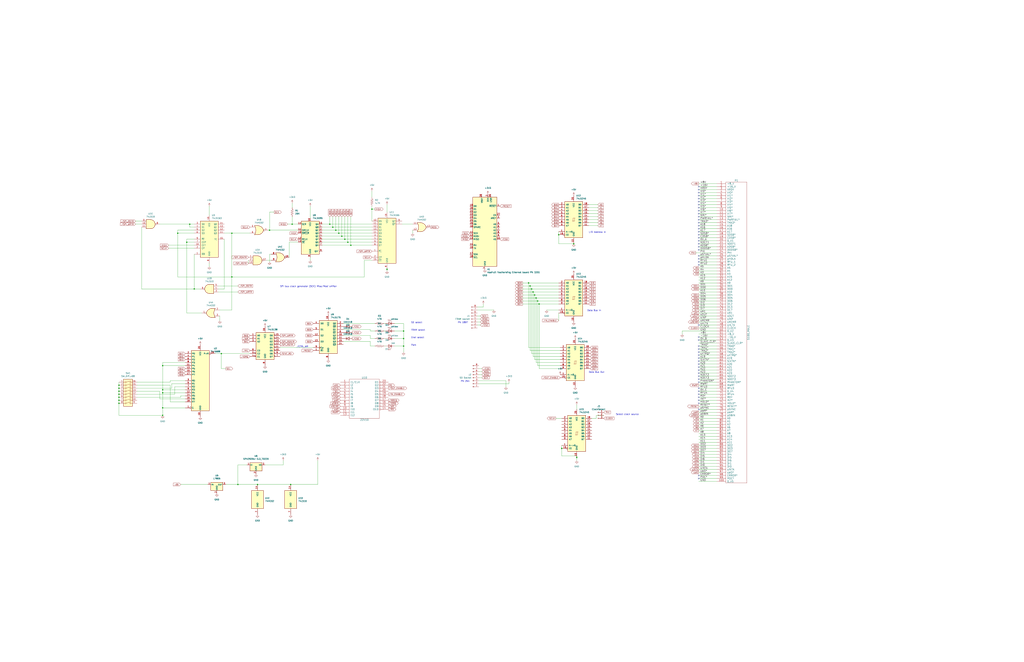
<source format=kicad_sch>
(kicad_sch (version 20230121) (generator eeschema)
  (paper "D")
  (title_block (title "S100 Bus Ethernet board") (date "2023-03-20") (rev "2"))
  (lib_symbols
    (symbol "74xx:74HC02" (pin_names (offset 1.016))
      (property "Reference" "U" (at 0 1.27 0))
      (property "Value" "74HC02" (at 0 -1.27 0))
      (symbol "74HC02_1_1"
        (pin output inverted (at 7.62 0 180) (length 3.81) (name "~") (number "1"))
        (pin input line (at -7.62 2.54 0) (length 4.318) (name "~") (number "2"))
        (pin input line (at -7.62 -2.54 0) (length 4.318) (name "~") (number "3"))
      )
      (symbol "74HC02_1_2"
        (pin output line (at 7.62 0 180) (length 3.81) (name "~") (number "1"))
        (pin input inverted (at -7.62 2.54 0) (length 3.81) (name "~") (number "2"))
        (pin input inverted (at -7.62 -2.54 0) (length 3.81) (name "~") (number "3"))
      )
      (symbol "74HC02_2_1"
        (pin output inverted (at 7.62 0 180) (length 3.81) (name "~") (number "4"))
        (pin input line (at -7.62 2.54 0) (length 4.318) (name "~") (number "5"))
        (pin input line (at -7.62 -2.54 0) (length 4.318) (name "~") (number "6"))
      )
      (symbol "74HC02_2_2"
        (pin output line (at 7.62 0 180) (length 3.81) (name "~") (number "4"))
        (pin input inverted (at -7.62 2.54 0) (length 3.81) (name "~") (number "5"))
        (pin input inverted (at -7.62 -2.54 0) (length 3.81) (name "~") (number "6"))
      )
      (symbol "74HC02_3_1"
        (pin output inverted (at 7.62 0 180) (length 3.81) (name "~") (number "10"))
        (pin input line (at -7.62 2.54 0) (length 4.318) (name "~") (number "8"))
        (pin input line (at -7.62 -2.54 0) (length 4.318) (name "~") (number "9"))
      )
      (symbol "74HC02_3_2"
        (pin output line (at 7.62 0 180) (length 3.81) (name "~") (number "10"))
        (pin input inverted (at -7.62 2.54 0) (length 3.81) (name "~") (number "8"))
        (pin input inverted (at -7.62 -2.54 0) (length 3.81) (name "~") (number "9"))
      )
      (symbol "74HC02_4_1"
        (pin input line (at -7.62 2.54 0) (length 4.318) (name "~") (number "11"))
        (pin input line (at -7.62 -2.54 0) (length 4.318) (name "~") (number "12"))
        (pin output inverted (at 7.62 0 180) (length 3.81) (name "~") (number "13"))
      )
      (symbol "74HC02_4_2"
        (pin input inverted (at -7.62 2.54 0) (length 3.81) (name "~") (number "11"))
        (pin input inverted (at -7.62 -2.54 0) (length 3.81) (name "~") (number "12"))
        (pin output line (at 7.62 0 180) (length 3.81) (name "~") (number "13"))
      )
      (symbol "74HC02_5_0"
        (pin power_in line (at 0 12.7 270) (length 5.08) (name "VCC") (number "14"))
        (pin power_in line (at 0 -12.7 90) (length 5.08) (name "GND") (number "7"))
      )
    )
    (symbol "74xx:74LS10" (pin_names (offset 1.016))
      (property "Reference" "U" (at 0 1.27 0))
      (property "Value" "74LS10" (at 0 -1.27 0))
      (symbol "74LS10_1_1"
        (pin input line (at -7.62 2.54 0) (length 3.81) (name "~") (number "1"))
        (pin output inverted (at 7.62 0 180) (length 3.81) (name "~") (number "12"))
        (pin input line (at -7.62 -2.54 0) (length 3.81) (name "~") (number "13"))
        (pin input line (at -7.62 0 0) (length 3.81) (name "~") (number "2"))
      )
      (symbol "74LS10_1_2"
        (pin input inverted (at -7.62 2.54 0) (length 4.318) (name "~") (number "1"))
        (pin output line (at 7.62 0 180) (length 3.81) (name "~") (number "12"))
        (pin input inverted (at -7.62 -2.54 0) (length 4.318) (name "~") (number "13"))
        (pin input inverted (at -7.62 0 0) (length 4.953) (name "~") (number "2"))
      )
      (symbol "74LS10_2_1"
        (pin input line (at -7.62 2.54 0) (length 3.81) (name "~") (number "3"))
        (pin input line (at -7.62 0 0) (length 3.81) (name "~") (number "4"))
        (pin input line (at -7.62 -2.54 0) (length 3.81) (name "~") (number "5"))
        (pin output inverted (at 7.62 0 180) (length 3.81) (name "~") (number "6"))
      )
      (symbol "74LS10_2_2"
        (pin input inverted (at -7.62 2.54 0) (length 4.318) (name "~") (number "3"))
        (pin input inverted (at -7.62 0 0) (length 4.953) (name "~") (number "4"))
        (pin input inverted (at -7.62 -2.54 0) (length 4.318) (name "~") (number "5"))
        (pin output line (at 7.62 0 180) (length 3.81) (name "~") (number "6"))
      )
      (symbol "74LS10_3_1"
        (pin input line (at -7.62 0 0) (length 3.81) (name "~") (number "10"))
        (pin input line (at -7.62 -2.54 0) (length 3.81) (name "~") (number "11"))
        (pin output inverted (at 7.62 0 180) (length 3.81) (name "~") (number "8"))
        (pin input line (at -7.62 2.54 0) (length 3.81) (name "~") (number "9"))
      )
      (symbol "74LS10_3_2"
        (pin input inverted (at -7.62 0 0) (length 4.953) (name "~") (number "10"))
        (pin input inverted (at -7.62 -2.54 0) (length 4.318) (name "~") (number "11"))
        (pin output line (at 7.62 0 180) (length 3.81) (name "~") (number "8"))
        (pin input inverted (at -7.62 2.54 0) (length 4.318) (name "~") (number "9"))
      )
      (symbol "74LS10_4_0"
        (pin power_in line (at 0 12.7 270) (length 5.08) (name "VCC") (number "14"))
        (pin power_in line (at 0 -12.7 90) (length 5.08) (name "GND") (number "7"))
      )
    )
    (symbol "74xx:74LS138" (pin_names (offset 1.016))
      (property "Reference" "U" (at -7.62 11.43 0))
      (property "Value" "74LS138" (at -7.62 -13.97 0))
      (symbol "74LS138_1_0"
        (pin input line (at -12.7 7.62 0) (length 5.08) (name "A0") (number "1"))
        (pin output output_low (at 12.7 -5.08 180) (length 5.08) (name "O5") (number "10"))
        (pin output output_low (at 12.7 -2.54 180) (length 5.08) (name "O4") (number "11"))
        (pin output output_low (at 12.7 0 180) (length 5.08) (name "O3") (number "12"))
        (pin output output_low (at 12.7 2.54 180) (length 5.08) (name "O2") (number "13"))
        (pin output output_low (at 12.7 5.08 180) (length 5.08) (name "O1") (number "14"))
        (pin output output_low (at 12.7 7.62 180) (length 5.08) (name "O0") (number "15"))
        (pin power_in line (at 0 15.24 270) (length 5.08) (name "VCC") (number "16"))
        (pin input line (at -12.7 5.08 0) (length 5.08) (name "A1") (number "2"))
        (pin input line (at -12.7 2.54 0) (length 5.08) (name "A2") (number "3"))
        (pin input input_low (at -12.7 -10.16 0) (length 5.08) (name "E1") (number "4"))
        (pin input input_low (at -12.7 -7.62 0) (length 5.08) (name "E2") (number "5"))
        (pin input line (at -12.7 -5.08 0) (length 5.08) (name "E3") (number "6"))
        (pin output output_low (at 12.7 -10.16 180) (length 5.08) (name "O7") (number "7"))
        (pin power_in line (at 0 -17.78 90) (length 5.08) (name "GND") (number "8"))
        (pin output output_low (at 12.7 -7.62 180) (length 5.08) (name "O6") (number "9"))
      )
    )
    (symbol "74xx:74LS163" (pin_names (offset 1.016))
      (property "Reference" "U" (at -7.62 16.51 0))
      (property "Value" "74LS163" (at -7.62 -16.51 0))
      (symbol "74LS163_1_0"
        (pin input line (at -12.7 -12.7 0) (length 5.08) (name "~{MR}") (number "1"))
        (pin input line (at -12.7 -5.08 0) (length 5.08) (name "CET") (number "10"))
        (pin output line (at 12.7 5.08 180) (length 5.08) (name "Q3") (number "11"))
        (pin output line (at 12.7 7.62 180) (length 5.08) (name "Q2") (number "12"))
        (pin output line (at 12.7 10.16 180) (length 5.08) (name "Q1") (number "13"))
        (pin output line (at 12.7 12.7 180) (length 5.08) (name "Q0") (number "14"))
        (pin output line (at 12.7 0 180) (length 5.08) (name "TC") (number "15"))
        (pin power_in line (at 0 20.32 270) (length 5.08) (name "VCC") (number "16"))
        (pin input line (at -12.7 -7.62 0) (length 5.08) (name "CP") (number "2"))
        (pin input line (at -12.7 12.7 0) (length 5.08) (name "D0") (number "3"))
        (pin input line (at -12.7 10.16 0) (length 5.08) (name "D1") (number "4"))
        (pin input line (at -12.7 7.62 0) (length 5.08) (name "D2") (number "5"))
        (pin input line (at -12.7 5.08 0) (length 5.08) (name "D3") (number "6"))
        (pin input line (at -12.7 -2.54 0) (length 5.08) (name "CEP") (number "7"))
        (pin power_in line (at 0 -20.32 90) (length 5.08) (name "GND") (number "8"))
        (pin input line (at -12.7 0 0) (length 5.08) (name "~{PE}") (number "9"))
      )
    )
    (symbol "74xx:74LS165"
      (property "Reference" "U" (at -7.62 19.05 0))
      (property "Value" "74LS165" (at -7.62 -21.59 0))
      (symbol "74LS165_1_0"
        (pin input line (at -12.7 -10.16 0) (length 5.08) (name "~{PL}") (number "1"))
        (pin input line (at -12.7 15.24 0) (length 5.08) (name "DS") (number "10"))
        (pin input line (at -12.7 12.7 0) (length 5.08) (name "D0") (number "11"))
        (pin input line (at -12.7 10.16 0) (length 5.08) (name "D1") (number "12"))
        (pin input line (at -12.7 7.62 0) (length 5.08) (name "D2") (number "13"))
        (pin input line (at -12.7 5.08 0) (length 5.08) (name "D3") (number "14"))
        (pin input line (at -12.7 -17.78 0) (length 5.08) (name "~{CE}") (number "15"))
        (pin power_in line (at 0 22.86 270) (length 5.08) (name "VCC") (number "16"))
        (pin input line (at -12.7 -15.24 0) (length 5.08) (name "CP") (number "2"))
        (pin input line (at -12.7 2.54 0) (length 5.08) (name "D4") (number "3"))
        (pin input line (at -12.7 0 0) (length 5.08) (name "D5") (number "4"))
        (pin input line (at -12.7 -2.54 0) (length 5.08) (name "D6") (number "5"))
        (pin input line (at -12.7 -5.08 0) (length 5.08) (name "D7") (number "6"))
        (pin output line (at 12.7 12.7 180) (length 5.08) (name "~{Q7}") (number "7"))
        (pin power_in line (at 0 -25.4 90) (length 5.08) (name "GND") (number "8"))
        (pin output line (at 12.7 15.24 180) (length 5.08) (name "Q7") (number "9"))
      )
    )
    (symbol "74xx:74LS175" (pin_names (offset 1.016))
      (property "Reference" "U" (at -7.62 13.97 0))
      (property "Value" "74LS175" (at -7.62 -16.51 0))
      (symbol "74LS175_1_0"
        (pin input line (at -12.7 -12.7 0) (length 5.08) (name "~{Mr}") (number "1"))
        (pin output line (at 12.7 0 180) (length 5.08) (name "Q2") (number "10"))
        (pin output line (at 12.7 -2.54 180) (length 5.08) (name "~{Q2}") (number "11"))
        (pin input line (at -12.7 0 0) (length 5.08) (name "D2") (number "12"))
        (pin input line (at -12.7 -5.08 0) (length 5.08) (name "D3") (number "13"))
        (pin output line (at 12.7 -7.62 180) (length 5.08) (name "~{Q3}") (number "14"))
        (pin output line (at 12.7 -5.08 180) (length 5.08) (name "Q3") (number "15"))
        (pin power_in line (at 0 17.78 270) (length 5.08) (name "VCC") (number "16"))
        (pin output line (at 12.7 10.16 180) (length 5.08) (name "Q0") (number "2"))
        (pin output line (at 12.7 7.62 180) (length 5.08) (name "~{Q0}") (number "3"))
        (pin input line (at -12.7 10.16 0) (length 5.08) (name "D0") (number "4"))
        (pin input line (at -12.7 5.08 0) (length 5.08) (name "D1") (number "5"))
        (pin output line (at 12.7 2.54 180) (length 5.08) (name "~{Q1}") (number "6"))
        (pin output line (at 12.7 5.08 180) (length 5.08) (name "Q1") (number "7"))
        (pin power_in line (at 0 -20.32 90) (length 5.08) (name "GND") (number "8"))
        (pin input clock (at -12.7 -10.16 0) (length 5.08) (name "Cp") (number "9"))
      )
    )
    (symbol "74xx:74LS245" (pin_names (offset 1.016))
      (property "Reference" "U" (at -7.62 16.51 0))
      (property "Value" "74LS245" (at -7.62 -16.51 0))
      (symbol "74LS245_1_0"
        (pin input line (at -12.7 -10.16 0) (length 5.08) (name "A->B") (number "1"))
        (pin power_in line (at 0 -20.32 90) (length 5.08) (name "GND") (number "10"))
        (pin tri_state line (at 12.7 -5.08 180) (length 5.08) (name "B7") (number "11"))
        (pin tri_state line (at 12.7 -2.54 180) (length 5.08) (name "B6") (number "12"))
        (pin tri_state line (at 12.7 0 180) (length 5.08) (name "B5") (number "13"))
        (pin tri_state line (at 12.7 2.54 180) (length 5.08) (name "B4") (number "14"))
        (pin tri_state line (at 12.7 5.08 180) (length 5.08) (name "B3") (number "15"))
        (pin tri_state line (at 12.7 7.62 180) (length 5.08) (name "B2") (number "16"))
        (pin tri_state line (at 12.7 10.16 180) (length 5.08) (name "B1") (number "17"))
        (pin tri_state line (at 12.7 12.7 180) (length 5.08) (name "B0") (number "18"))
        (pin input inverted (at -12.7 -12.7 0) (length 5.08) (name "CE") (number "19"))
        (pin tri_state line (at -12.7 12.7 0) (length 5.08) (name "A0") (number "2"))
        (pin power_in line (at 0 20.32 270) (length 5.08) (name "VCC") (number "20"))
        (pin tri_state line (at -12.7 10.16 0) (length 5.08) (name "A1") (number "3"))
        (pin tri_state line (at -12.7 7.62 0) (length 5.08) (name "A2") (number "4"))
        (pin tri_state line (at -12.7 5.08 0) (length 5.08) (name "A3") (number "5"))
        (pin tri_state line (at -12.7 2.54 0) (length 5.08) (name "A4") (number "6"))
        (pin tri_state line (at -12.7 0 0) (length 5.08) (name "A5") (number "7"))
        (pin tri_state line (at -12.7 -2.54 0) (length 5.08) (name "A6") (number "8"))
        (pin tri_state line (at -12.7 -5.08 0) (length 5.08) (name "A7") (number "9"))
      )
    )
    (symbol "74xx:74LS595"
      (property "Reference" "U" (at -7.62 13.97 0))
      (property "Value" "74LS595" (at -7.62 -16.51 0))
      (symbol "74LS595_1_0"
        (pin tri_state line (at 10.16 7.62 180) (length 2.54) (name "QB") (number "1"))
        (pin input line (at -10.16 2.54 0) (length 2.54) (name "~{SRCLR}") (number "10"))
        (pin input line (at -10.16 5.08 0) (length 2.54) (name "SRCLK") (number "11"))
        (pin input line (at -10.16 -2.54 0) (length 2.54) (name "RCLK") (number "12"))
        (pin input line (at -10.16 -5.08 0) (length 2.54) (name "~{OE}") (number "13"))
        (pin input line (at -10.16 10.16 0) (length 2.54) (name "SER") (number "14"))
        (pin tri_state line (at 10.16 10.16 180) (length 2.54) (name "QA") (number "15"))
        (pin power_in line (at 0 15.24 270) (length 2.54) (name "VCC") (number "16"))
        (pin tri_state line (at 10.16 5.08 180) (length 2.54) (name "QC") (number "2"))
        (pin tri_state line (at 10.16 2.54 180) (length 2.54) (name "QD") (number "3"))
        (pin tri_state line (at 10.16 0 180) (length 2.54) (name "QE") (number "4"))
        (pin tri_state line (at 10.16 -2.54 180) (length 2.54) (name "QF") (number "5"))
        (pin tri_state line (at 10.16 -5.08 180) (length 2.54) (name "QG") (number "6"))
        (pin tri_state line (at 10.16 -7.62 180) (length 2.54) (name "QH") (number "7"))
        (pin power_in line (at 0 -17.78 90) (length 2.54) (name "GND") (number "8"))
        (pin output line (at 10.16 -12.7 180) (length 2.54) (name "QH'") (number "9"))
      )
    )
    (symbol "74xx:74LS688"
      (property "Reference" "U" (at -7.62 26.67 0))
      (property "Value" "74LS688" (at -7.62 -26.67 0))
      (symbol "74LS688_1_0"
        (pin input inverted (at -12.7 -22.86 0) (length 5.08) (name "G") (number "1"))
        (pin power_in line (at 0 -30.48 90) (length 5.08) (name "GND") (number "10"))
        (pin input line (at -12.7 12.7 0) (length 5.08) (name "P4") (number "11"))
        (pin input line (at -12.7 -10.16 0) (length 5.08) (name "R4") (number "12"))
        (pin input line (at -12.7 10.16 0) (length 5.08) (name "P5") (number "13"))
        (pin input line (at -12.7 -12.7 0) (length 5.08) (name "R5") (number "14"))
        (pin input line (at -12.7 7.62 0) (length 5.08) (name "P6") (number "15"))
        (pin input line (at -12.7 -15.24 0) (length 5.08) (name "R6") (number "16"))
        (pin input line (at -12.7 5.08 0) (length 5.08) (name "P7") (number "17"))
        (pin input line (at -12.7 -17.78 0) (length 5.08) (name "R7") (number "18"))
        (pin output inverted (at 12.7 22.86 180) (length 5.08) (name "P=R") (number "19"))
        (pin input line (at -12.7 22.86 0) (length 5.08) (name "P0") (number "2"))
        (pin power_in line (at 0 30.48 270) (length 5.08) (name "VCC") (number "20"))
        (pin input line (at -12.7 0 0) (length 5.08) (name "R0") (number "3"))
        (pin input line (at -12.7 20.32 0) (length 5.08) (name "P1") (number "4"))
        (pin input line (at -12.7 -2.54 0) (length 5.08) (name "R1") (number "5"))
        (pin input line (at -12.7 17.78 0) (length 5.08) (name "P2") (number "6"))
        (pin input line (at -12.7 -5.08 0) (length 5.08) (name "R2") (number "7"))
        (pin input line (at -12.7 15.24 0) (length 5.08) (name "P3") (number "8"))
        (pin input line (at -12.7 -7.62 0) (length 5.08) (name "R3") (number "9"))
      )
    )
    (symbol "Connector:Conn_01x03_Male" (pin_names (offset 1.016) hide)
      (property "Reference" "J" (at 0 5.08 0))
      (property "Value" "Conn_01x03_Male" (at 0 -5.08 0))
      (symbol "Conn_01x03_Male_1_1"
        (pin passive line (at 5.08 2.54 180) (length 3.81) (name "Pin_1") (number "1"))
        (pin passive line (at 5.08 0 180) (length 3.81) (name "Pin_2") (number "2"))
        (pin passive line (at 5.08 -2.54 180) (length 3.81) (name "Pin_3") (number "3"))
      )
    )
    (symbol "Connector:Conn_01x08_Male" (pin_names (offset 1.016) hide)
      (property "Reference" "J" (at 0 10.16 0))
      (property "Value" "Conn_01x08_Male" (at 0 -12.7 0))
      (symbol "Conn_01x08_Male_1_1"
        (pin passive line (at 5.08 7.62 180) (length 3.81) (name "Pin_1") (number "1"))
        (pin passive line (at 5.08 5.08 180) (length 3.81) (name "Pin_2") (number "2"))
        (pin passive line (at 5.08 2.54 180) (length 3.81) (name "Pin_3") (number "3"))
        (pin passive line (at 5.08 0 180) (length 3.81) (name "Pin_4") (number "4"))
        (pin passive line (at 5.08 -2.54 180) (length 3.81) (name "Pin_5") (number "5"))
        (pin passive line (at 5.08 -5.08 180) (length 3.81) (name "Pin_6") (number "6"))
        (pin passive line (at 5.08 -7.62 180) (length 3.81) (name "Pin_7") (number "7"))
        (pin passive line (at 5.08 -10.16 180) (length 3.81) (name "Pin_8") (number "8"))
      )
    )
    (symbol "Device:R_US" (pin_numbers hide) (pin_names (offset 0))
      (property "Reference" "R" (at 2.54 0 90))
      (property "Value" "R_US" (at -2.54 0 90))
      (symbol "R_US_1_1"
        (pin passive line (at 0 3.81 270) (length 1.27) (name "~") (number "1"))
        (pin passive line (at 0 -3.81 90) (length 1.27) (name "~") (number "2"))
      )
    )
    (symbol "Diode:1N4148" (pin_numbers hide) (pin_names (offset 1.016) hide)
      (property "Reference" "D" (at 0 2.54 0))
      (property "Value" "1N4148" (at 0 -2.54 0))
      (symbol "1N4148_1_1"
        (pin passive line (at -3.81 0 0) (length 2.54) (name "K") (number "1"))
        (pin passive line (at 3.81 0 180) (length 2.54) (name "A") (number "2"))
      )
    )
    (symbol "LED:SFH460" (pin_numbers hide) (pin_names (offset 1.016) hide)
      (property "Reference" "D" (at 0.508 1.778 0))
      (property "Value" "SFH460" (at -1.016 -2.794 0))
      (symbol "SFH460_1_1"
        (pin passive line (at -5.08 0 0) (length 2.54) (name "K") (number "1"))
        (pin passive line (at 2.54 0 180) (length 2.54) (name "A") (number "2"))
      )
    )
    (symbol "MCU_Module:Adafruit_Feather_Generic"
      (property "Reference" "A" (at -10.16 29.21 0))
      (property "Value" "Adafruit_Feather_Generic" (at 2.54 -31.75 0))
      (symbol "Adafruit_Feather_Generic_1_1"
        (pin input line (at 12.7 20.32 180) (length 2.54) (name "~{RESET}") (number "1"))
        (pin bidirectional line (at 12.7 -7.62 180) (length 2.54) (name "A5") (number "10"))
        (pin bidirectional line (at -12.7 -2.54 0) (length 2.54) (name "SCK") (number "11"))
        (pin bidirectional line (at -12.7 -5.08 0) (length 2.54) (name "MOSI") (number "12"))
        (pin bidirectional line (at -12.7 -7.62 0) (length 2.54) (name "MISO") (number "13"))
        (pin bidirectional line (at -12.7 -12.7 0) (length 2.54) (name "RX") (number "14"))
        (pin bidirectional line (at -12.7 -15.24 0) (length 2.54) (name "TX") (number "15"))
        (pin bidirectional line (at -12.7 2.54 0) (length 2.54) (name "SPARE") (number "16"))
        (pin bidirectional line (at -12.7 -20.32 0) (length 2.54) (name "SDA") (number "17"))
        (pin bidirectional line (at -12.7 -22.86 0) (length 2.54) (name "SCL") (number "18"))
        (pin bidirectional line (at -12.7 20.32 0) (length 2.54) (name "D0") (number "19"))
        (pin power_in line (at 2.54 30.48 270) (length 2.54) (name "3V3") (number "2"))
        (pin bidirectional line (at -12.7 17.78 0) (length 2.54) (name "D1") (number "20"))
        (pin bidirectional line (at -12.7 15.24 0) (length 2.54) (name "D2") (number "21"))
        (pin bidirectional line (at -12.7 12.7 0) (length 2.54) (name "D3") (number "22"))
        (pin bidirectional line (at -12.7 10.16 0) (length 2.54) (name "D4") (number "23"))
        (pin bidirectional line (at -12.7 7.62 0) (length 2.54) (name "D5") (number "24"))
        (pin bidirectional line (at -12.7 5.08 0) (length 2.54) (name "D6") (number "25"))
        (pin power_in line (at 5.08 30.48 270) (length 2.54) (name "USB") (number "26"))
        (pin input line (at 12.7 12.7 180) (length 2.54) (name "EN") (number "27"))
        (pin power_in line (at -2.54 30.48 270) (length 2.54) (name "VBAT") (number "28"))
        (pin input line (at 12.7 10.16 180) (length 2.54) (name "AREF") (number "3"))
        (pin power_in line (at 0 -33.02 90) (length 2.54) (name "GND") (number "4"))
        (pin bidirectional line (at 12.7 5.08 180) (length 2.54) (name "A0") (number "5"))
        (pin bidirectional line (at 12.7 2.54 180) (length 2.54) (name "A1") (number "6"))
        (pin bidirectional line (at 12.7 0 180) (length 2.54) (name "A2") (number "7"))
        (pin bidirectional line (at 12.7 -2.54 180) (length 2.54) (name "A3") (number "8"))
        (pin bidirectional line (at 12.7 -5.08 180) (length 2.54) (name "A4") (number "9"))
      )
    )
    (symbol "Regulator_Linear:L7805" (pin_names (offset 0.254))
      (property "Reference" "U" (at -3.81 3.175 0))
      (property "Value" "L7805" (at 0 3.175 0))
      (symbol "L7805_1_1"
        (pin power_in line (at -7.62 0 0) (length 2.54) (name "IN") (number "1"))
        (pin power_in line (at 0 -7.62 90) (length 2.54) (name "GND") (number "2"))
        (pin power_out line (at 7.62 0 180) (length 2.54) (name "OUT") (number "3"))
      )
    )
    (symbol "Regulator_Linear:SPX2920U-3.3_TO220" (pin_names (offset 0.254))
      (property "Reference" "U" (at -3.81 3.175 0))
      (property "Value" "SPX2920U-3.3_TO220" (at 0 3.175 0))
      (symbol "SPX2920U-3.3_TO220_1_1"
        (pin power_in line (at -7.62 0 0) (length 2.54) (name "VI") (number "1"))
        (pin power_in line (at 0 -7.62 90) (length 2.54) (name "GND") (number "2"))
        (pin power_out line (at 7.62 0 180) (length 2.54) (name "VO") (number "3"))
      )
    )
    (symbol "S100_IDE-rescue:S100_MALE" (pin_names (offset 1.016))
      (property "Reference" "P" (at 0 128.27 0))
      (property "Value" "S100_MALE" (at 11.43 0 90))
      (symbol "S100_MALE_1_1"
        (pin power_in line (at -16.51 125.73 0) (length 7.62) (name "+8_V") (number "1"))
        (pin bidirectional line (at -16.51 102.87 0) (length 7.62) (name "VI6*") (number "10"))
        (pin power_in line (at -16.51 -125.73 0) (length 7.62) (name "0_V5") (number "100"))
        (pin bidirectional line (at -16.51 100.33 0) (length 7.62) (name "VI7*") (number "11"))
        (pin bidirectional line (at -16.51 97.79 0) (length 7.62) (name "NMI*") (number "12"))
        (pin bidirectional line (at -16.51 95.25 0) (length 7.62) (name "PWRFAIL*") (number "13"))
        (pin bidirectional line (at -16.51 92.71 0) (length 7.62) (name "TMA3*") (number "14"))
        (pin bidirectional line (at -16.51 90.17 0) (length 7.62) (name "A18") (number "15"))
        (pin bidirectional line (at -16.51 87.63 0) (length 7.62) (name "A16") (number "16"))
        (pin bidirectional line (at -16.51 85.09 0) (length 7.62) (name "A17") (number "17"))
        (pin bidirectional line (at -16.51 82.55 0) (length 7.62) (name "SDSB*") (number "18"))
        (pin bidirectional line (at -16.51 80.01 0) (length 7.62) (name "CDSB*") (number "19"))
        (pin power_in line (at -16.51 123.19 0) (length 7.62) (name "+16_V") (number "2"))
        (pin bidirectional line (at -16.51 77.47 0) (length 7.62) (name "0_V1") (number "20"))
        (pin bidirectional line (at -16.51 74.93 0) (length 7.62) (name "NDEF1") (number "21"))
        (pin bidirectional line (at -16.51 72.39 0) (length 7.62) (name "ADSB*") (number "22"))
        (pin bidirectional line (at -16.51 69.85 0) (length 7.62) (name "DODSB*") (number "23"))
        (pin bidirectional line (at -16.51 67.31 0) (length 7.62) (name "PHI") (number "24"))
        (pin bidirectional line (at -16.51 64.77 0) (length 7.62) (name "pSTVAL*") (number "25"))
        (pin bidirectional line (at -16.51 62.23 0) (length 7.62) (name "pHDLA") (number "26"))
        (pin bidirectional line (at -16.51 59.69 0) (length 7.62) (name "RFU_1") (number "27"))
        (pin bidirectional line (at -16.51 57.15 0) (length 7.62) (name "RFU_2") (number "28"))
        (pin bidirectional line (at -16.51 54.61 0) (length 7.62) (name "A5") (number "29"))
        (pin bidirectional line (at -16.51 120.65 0) (length 7.62) (name "XRDY") (number "3"))
        (pin bidirectional line (at -16.51 52.07 0) (length 7.62) (name "A4") (number "30"))
        (pin bidirectional line (at -16.51 49.53 0) (length 7.62) (name "A3") (number "31"))
        (pin bidirectional line (at -16.51 46.99 0) (length 7.62) (name "A15") (number "32"))
        (pin bidirectional line (at -16.51 44.45 0) (length 7.62) (name "A12") (number "33"))
        (pin bidirectional line (at -16.51 41.91 0) (length 7.62) (name "A9") (number "34"))
        (pin bidirectional line (at -16.51 39.37 0) (length 7.62) (name "DO1") (number "35"))
        (pin bidirectional line (at -16.51 36.83 0) (length 7.62) (name "DO0") (number "36"))
        (pin bidirectional line (at -16.51 34.29 0) (length 7.62) (name "A10") (number "37"))
        (pin bidirectional line (at -16.51 31.75 0) (length 7.62) (name "DO4") (number "38"))
        (pin bidirectional line (at -16.51 29.21 0) (length 7.62) (name "DO5") (number "39"))
        (pin bidirectional line (at -16.51 118.11 0) (length 7.62) (name "VIO*") (number "4"))
        (pin bidirectional line (at -16.51 26.67 0) (length 7.62) (name "DO6") (number "40"))
        (pin bidirectional line (at -16.51 24.13 0) (length 7.62) (name "D12") (number "41"))
        (pin bidirectional line (at -16.51 21.59 0) (length 7.62) (name "D13") (number "42"))
        (pin bidirectional line (at -16.51 19.05 0) (length 7.62) (name "D17") (number "43"))
        (pin bidirectional line (at -16.51 16.51 0) (length 7.62) (name "sM1") (number "44"))
        (pin bidirectional line (at -16.51 13.97 0) (length 7.62) (name "sOUT") (number "45"))
        (pin bidirectional line (at -16.51 11.43 0) (length 7.62) (name "sINP") (number "46"))
        (pin bidirectional line (at -16.51 8.89 0) (length 7.62) (name "sMEMR") (number "47"))
        (pin bidirectional line (at -16.51 6.35 0) (length 7.62) (name "sHLTA") (number "48"))
        (pin bidirectional line (at -16.51 3.81 0) (length 7.62) (name "CLOCK") (number "49"))
        (pin bidirectional line (at -16.51 115.57 0) (length 7.62) (name "VI1*") (number "5"))
        (pin power_in line (at -16.51 1.27 0) (length 7.62) (name "0_V2") (number "50"))
        (pin power_in line (at -16.51 -1.27 0) (length 7.62) (name "+8_V") (number "51"))
        (pin power_in line (at -16.51 -3.81 0) (length 7.62) (name "-16_V") (number "52"))
        (pin bidirectional line (at -16.51 -6.35 0) (length 7.62) (name "0_V3") (number "53"))
        (pin bidirectional line (at -16.51 -8.89 0) (length 7.62) (name "SLAVE_CLR*") (number "54"))
        (pin bidirectional line (at -16.51 -11.43 0) (length 7.62) (name "TMA0*") (number "55"))
        (pin bidirectional line (at -16.51 -13.97 0) (length 7.62) (name "TMA1*") (number "56"))
        (pin bidirectional line (at -16.51 -16.51 0) (length 7.62) (name "TMA2*") (number "57"))
        (pin bidirectional line (at -16.51 -19.05 0) (length 7.62) (name "sXTRQ*") (number "58"))
        (pin bidirectional line (at -16.51 -21.59 0) (length 7.62) (name "A19") (number "59"))
        (pin bidirectional line (at -16.51 113.03 0) (length 7.62) (name "VI2*") (number "6"))
        (pin bidirectional line (at -16.51 -24.13 0) (length 7.62) (name "SIXTN*") (number "60"))
        (pin bidirectional line (at -16.51 -26.67 0) (length 7.62) (name "A20") (number "61"))
        (pin bidirectional line (at -16.51 -29.21 0) (length 7.62) (name "A21") (number "62"))
        (pin bidirectional line (at -16.51 -31.75 0) (length 7.62) (name "A22") (number "63"))
        (pin bidirectional line (at -16.51 -34.29 0) (length 7.62) (name "A23") (number "64"))
        (pin bidirectional line (at -16.51 -36.83 0) (length 7.62) (name "NDEF2") (number "65"))
        (pin bidirectional line (at -16.51 -39.37 0) (length 7.62) (name "NDEF3") (number "66"))
        (pin bidirectional line (at -16.51 -41.91 0) (length 7.62) (name "PHANTOM*") (number "67"))
        (pin bidirectional line (at -16.51 -44.45 0) (length 7.62) (name "MWRT") (number "68"))
        (pin bidirectional line (at -16.51 -46.99 0) (length 7.62) (name "RFU3") (number "69"))
        (pin bidirectional line (at -16.51 110.49 0) (length 7.62) (name "VI3*") (number "7"))
        (pin bidirectional line (at -16.51 -49.53 0) (length 7.62) (name "0_V4") (number "70"))
        (pin bidirectional line (at -16.51 -52.07 0) (length 7.62) (name "RFU4") (number "71"))
        (pin bidirectional line (at -16.51 -54.61 0) (length 7.62) (name "RDY") (number "72"))
        (pin bidirectional line (at -16.51 -57.15 0) (length 7.62) (name "INT*") (number "73"))
        (pin bidirectional line (at -16.51 -59.69 0) (length 7.62) (name "HOLD*") (number "74"))
        (pin bidirectional line (at -16.51 -62.23 0) (length 7.62) (name "RESET*") (number "75"))
        (pin bidirectional line (at -16.51 -64.77 0) (length 7.62) (name "pSYNC") (number "76"))
        (pin bidirectional line (at -16.51 -67.31 0) (length 7.62) (name "pWR*") (number "77"))
        (pin bidirectional line (at -16.51 -69.85 0) (length 7.62) (name "pDBIN") (number "78"))
        (pin bidirectional line (at -16.51 -72.39 0) (length 7.62) (name "A0") (number "79"))
        (pin bidirectional line (at -16.51 107.95 0) (length 7.62) (name "VI4*") (number "8"))
        (pin bidirectional line (at -16.51 -74.93 0) (length 7.62) (name "A1") (number "80"))
        (pin bidirectional line (at -16.51 -77.47 0) (length 7.62) (name "A2") (number "81"))
        (pin bidirectional line (at -16.51 -80.01 0) (length 7.62) (name "A6") (number "82"))
        (pin bidirectional line (at -16.51 -82.55 0) (length 7.62) (name "A7") (number "83"))
        (pin bidirectional line (at -16.51 -85.09 0) (length 7.62) (name "A8") (number "84"))
        (pin bidirectional line (at -16.51 -87.63 0) (length 7.62) (name "A13") (number "85"))
        (pin bidirectional line (at -16.51 -90.17 0) (length 7.62) (name "A14") (number "86"))
        (pin bidirectional line (at -16.51 -92.71 0) (length 7.62) (name "A11") (number "87"))
        (pin bidirectional line (at -16.51 -95.25 0) (length 7.62) (name "DO2") (number "88"))
        (pin bidirectional line (at -16.51 -97.79 0) (length 7.62) (name "DO3") (number "89"))
        (pin bidirectional line (at -16.51 105.41 0) (length 7.62) (name "VI5*") (number "9"))
        (pin bidirectional line (at -16.51 -100.33 0) (length 7.62) (name "DO7") (number "90"))
        (pin bidirectional line (at -16.51 -102.87 0) (length 7.62) (name "DI4") (number "91"))
        (pin bidirectional line (at -16.51 -105.41 0) (length 7.62) (name "DI5") (number "92"))
        (pin bidirectional line (at -16.51 -107.95 0) (length 7.62) (name "DI6") (number "93"))
        (pin bidirectional line (at -16.51 -110.49 0) (length 7.62) (name "DI1") (number "94"))
        (pin bidirectional line (at -16.51 -113.03 0) (length 7.62) (name "DI0") (number "95"))
        (pin bidirectional line (at -16.51 -115.57 0) (length 7.62) (name "sINTA") (number "96"))
        (pin bidirectional line (at -16.51 -118.11 0) (length 7.62) (name "sWO*") (number "97"))
        (pin bidirectional line (at -16.51 -120.65 0) (length 7.62) (name "ERROR*") (number "98"))
        (pin bidirectional line (at -16.51 -123.19 0) (length 7.62) (name "POC*") (number "99"))
      )
    )
    (symbol "Switch:SW_DIP_x08" (pin_names (offset 0) hide)
      (property "Reference" "SW" (at 0 13.97 0))
      (property "Value" "SW_DIP_x08" (at 0 -11.43 0))
      (symbol "SW_DIP_x08_1_1"
        (pin passive line (at -7.62 10.16 0) (length 5.08) (name "~") (number "1"))
        (pin passive line (at 7.62 -5.08 180) (length 5.08) (name "~") (number "10"))
        (pin passive line (at 7.62 -2.54 180) (length 5.08) (name "~") (number "11"))
        (pin passive line (at 7.62 0 180) (length 5.08) (name "~") (number "12"))
        (pin passive line (at 7.62 2.54 180) (length 5.08) (name "~") (number "13"))
        (pin passive line (at 7.62 5.08 180) (length 5.08) (name "~") (number "14"))
        (pin passive line (at 7.62 7.62 180) (length 5.08) (name "~") (number "15"))
        (pin passive line (at 7.62 10.16 180) (length 5.08) (name "~") (number "16"))
        (pin passive line (at -7.62 7.62 0) (length 5.08) (name "~") (number "2"))
        (pin passive line (at -7.62 5.08 0) (length 5.08) (name "~") (number "3"))
        (pin passive line (at -7.62 2.54 0) (length 5.08) (name "~") (number "4"))
        (pin passive line (at -7.62 0 0) (length 5.08) (name "~") (number "5"))
        (pin passive line (at -7.62 -2.54 0) (length 5.08) (name "~") (number "6"))
        (pin passive line (at -7.62 -5.08 0) (length 5.08) (name "~") (number "7"))
        (pin passive line (at -7.62 -7.62 0) (length 5.08) (name "~") (number "8"))
        (pin passive line (at 7.62 -7.62 180) (length 5.08) (name "~") (number "9"))
      )
    )
    (symbol "power:+3.3V" (power) (pin_names (offset 0))
      (property "Value" "+3.3V" (at 0 3.556 0))
      (symbol "+3.3V_1_1"
        (pin power_in line (at 0 0 90) (length 0) hide (name "+3V3") (number "1"))
      )
    )
    (symbol "power:+5V" (power) (pin_names (offset 0))
      (property "Value" "+5V" (at 0 3.556 0))
      (symbol "+5V_1_1"
        (pin power_in line (at 0 0 90) (length 0) hide (name "+5V") (number "1"))
      )
    )
    (symbol "power:GND" (power) (pin_names (offset 0))
      (property "Value" "GND" (at 0 -3.81 0))
      (symbol "GND_1_1"
        (pin power_in line (at 0 0 270) (length 0) hide (name "GND") (number "1"))
      )
    )
    (symbol "s100_IDE-rescue:22V10" (pin_names (offset 0.762))
      (property "Reference" "U" (at 0 17.78 0))
      (property "Value" "22V10" (at 0 -17.78 0))
      (symbol "22V10_1_1"
        (pin input line (at -20.32 13.97 0) (length 7.62) (name "I1/CLK") (number "1"))
        (pin input line (at -20.32 -8.89 0) (length 7.62) (name "I10") (number "10"))
        (pin input line (at -20.32 -11.43 0) (length 7.62) (name "I11") (number "11"))
        (pin power_in line (at -12.7 -16.51 90) (length 0) hide (name "GND") (number "12"))
        (pin input line (at -20.32 -13.97 0) (length 7.62) (name "I12") (number "13"))
        (pin bidirectional inverted (at 20.32 -8.89 180) (length 7.62) (name "O10") (number "14"))
        (pin bidirectional inverted (at 20.32 -6.35 180) (length 7.62) (name "O9") (number "15"))
        (pin bidirectional inverted (at 20.32 -3.81 180) (length 7.62) (name "O8") (number "16"))
        (pin bidirectional inverted (at 20.32 -1.27 180) (length 7.62) (name "O7") (number "17"))
        (pin bidirectional inverted (at 20.32 1.27 180) (length 7.62) (name "O6") (number "18"))
        (pin bidirectional inverted (at 20.32 3.81 180) (length 7.62) (name "O5") (number "19"))
        (pin input line (at -20.32 11.43 0) (length 7.62) (name "I2") (number "2"))
        (pin bidirectional inverted (at 20.32 6.35 180) (length 7.62) (name "O4") (number "20"))
        (pin bidirectional inverted (at 20.32 8.89 180) (length 7.62) (name "O3") (number "21"))
        (pin bidirectional inverted (at 20.32 11.43 180) (length 7.62) (name "O2") (number "22"))
        (pin bidirectional inverted (at 20.32 13.97 180) (length 7.62) (name "O1") (number "23"))
        (pin power_in line (at -12.7 16.51 270) (length 0) hide (name "VCC") (number "24"))
        (pin input line (at -20.32 8.89 0) (length 7.62) (name "I3") (number "3"))
        (pin input line (at -20.32 6.35 0) (length 7.62) (name "I4") (number "4"))
        (pin input line (at -20.32 3.81 0) (length 7.62) (name "I5") (number "5"))
        (pin input line (at -20.32 1.27 0) (length 7.62) (name "I6") (number "6"))
        (pin input line (at -20.32 -1.27 0) (length 7.62) (name "I7") (number "7"))
        (pin input line (at -20.32 -3.81 0) (length 7.62) (name "I8") (number "8"))
        (pin input line (at -20.32 -6.35 0) (length 7.62) (name "I9") (number "9"))
      )
    )
  )
  (junction (at 160.02 189.23))
  (junction (at 200.66 408.94))
  (junction (at 137.16 344.17))
  (junction (at 449.58 246.38))
  (junction (at 486.41 386.08))
  (junction (at 100.33 330.2))
  (junction (at 454.66 256.54))
  (junction (at 450.85 248.92))
  (junction (at 137.16 308.61))
  (junction (at 340.36 285.75))
  (junction (at 137.16 331.47))
  (junction (at 326.39 227.33))
  (junction (at 245.11 408.94))
  (junction (at 278.13 189.23))
  (junction (at 448.31 243.84))
  (junction (at 340.36 279.4))
  (junction (at 137.16 328.93))
  (junction (at 217.17 408.94))
  (junction (at 293.37 204.47))
  (junction (at 288.29 199.39))
  (junction (at 447.04 241.3))
  (junction (at 163.83 243.84))
  (junction (at 452.12 251.46))
  (junction (at 100.33 335.28))
  (junction (at 313.69 176.53))
  (junction (at 295.91 207.01))
  (junction (at 186.69 298.45))
  (junction (at 246.38 189.23))
  (junction (at 100.33 327.66))
  (junction (at 100.33 337.82))
  (junction (at 290.83 201.93))
  (junction (at 340.36 292.1))
  (junction (at 280.67 191.77))
  (junction (at 445.77 238.76))
  (junction (at 100.33 325.12))
  (junction (at 137.16 350.52))
  (junction (at 453.39 254))
  (junction (at 157.48 204.47))
  (junction (at 483.87 205.74))
  (junction (at 285.75 196.85))
  (junction (at 473.71 378.46))
  (junction (at 100.33 340.36))
  (junction (at 195.58 233.68))
  (junction (at 149.86 196.85))
  (junction (at 227.33 194.31))
  (junction (at 195.58 196.85))
  (junction (at 471.17 198.12))
  (junction (at 100.33 332.74))
  (junction (at 283.21 194.31))
  (no_connect (at 589.28 220.98))
  (no_connect (at 589.28 330.2))
  (no_connect (at 589.28 292.1))
  (no_connect (at 589.28 218.44))
  (no_connect (at 589.28 187.96))
  (no_connect (at 589.28 195.58))
  (no_connect (at 589.28 317.5))
  (no_connect (at 589.28 322.58))
  (no_connect (at 589.28 302.26))
  (no_connect (at 589.28 284.48))
  (no_connect (at 589.28 314.96))
  (no_connect (at 589.28 327.66))
  (no_connect (at 589.28 182.88))
  (no_connect (at 589.28 208.28))
  (no_connect (at 589.28 170.18))
  (no_connect (at 589.28 205.74))
  (no_connect (at 589.28 294.64))
  (no_connect (at 589.28 340.36))
  (no_connect (at 589.28 215.9))
  (no_connect (at 589.28 309.88))
  (no_connect (at 589.28 287.02))
  (no_connect (at 589.28 345.44))
  (no_connect (at 589.28 307.34))
  (no_connect (at 589.28 299.72))
  (no_connect (at 589.28 160.02))
  (no_connect (at 589.28 274.32))
  (no_connect (at 589.28 190.5))
  (no_connect (at 589.28 332.74))
  (no_connect (at 589.28 165.1))
  (no_connect (at 589.28 335.28))
  (no_connect (at 589.28 185.42))
  (no_connect (at 589.28 180.34))
  (no_connect (at 589.28 297.18))
  (no_connect (at 589.28 403.86))
  (no_connect (at 589.28 401.32))
  (no_connect (at 589.28 193.04))
  (no_connect (at 589.28 210.82))
  (no_connect (at 589.28 312.42))
  (no_connect (at 589.28 167.64))
  (no_connect (at 589.28 304.8))
  (no_connect (at 589.28 223.52))
  (no_connect (at 589.28 157.48))
  (no_connect (at 589.28 198.12))
  (no_connect (at 589.28 200.66))
  (no_connect (at 589.28 320.04))
  (no_connect (at 589.28 177.8))
  (no_connect (at 589.28 337.82))
  (no_connect (at 589.28 172.72))
  (no_connect (at 589.28 203.2))
  (no_connect (at 589.28 175.26))
  (no_connect (at 589.28 162.56))
  (wire (pts (xy 471.17 254) (xy 453.39 254)))
  (wire (pts (xy 100.33 325.12) (xy 100.33 327.66)))
  (wire (pts (xy 589.28 383.54) (xy 604.52 383.54)))
  (wire (pts (xy 589.28 375.92) (xy 604.52 375.92)))
  (wire (pts (xy 163.83 243.84) (xy 168.91 243.84)))
  (wire (pts (xy 589.28 360.68) (xy 604.52 360.68)))
  (wire (pts (xy 156.21 306.07) (xy 137.16 306.07)))
  (wire (pts (xy 461.01 261.62) (xy 471.17 261.62)))
  (wire (pts (xy 231.14 179.07) (xy 227.33 179.07)))
  (wire (pts (xy 137.16 308.61) (xy 137.16 328.93)))
  (wire (pts (xy 589.28 190.5) (xy 604.52 190.5)))
  (wire (pts (xy 238.76 392.43) (xy 238.76 388.62)))
  (wire (pts (xy 217.17 408.94) (xy 245.11 408.94)))
  (wire (pts (xy 326.39 227.33) (xy 326.39 228.6)))
  (wire (pts (xy 157.48 204.47) (xy 157.48 264.16)))
  (wire (pts (xy 312.42 288.29) (xy 312.42 292.1)))
  (wire (pts (xy 589.28 228.6) (xy 604.52 228.6)))
  (wire (pts (xy 589.28 373.38) (xy 604.52 373.38)))
  (wire (pts (xy 313.69 176.53) (xy 313.69 186.69)))
  (wire (pts (xy 163.83 201.93) (xy 157.48 201.93)))
  (wire (pts (xy 589.28 337.82) (xy 604.52 337.82)))
  (wire (pts (xy 589.28 358.14) (xy 604.52 358.14)))
  (wire (pts (xy 347.98 194.31) (xy 347.98 196.85)))
  (wire (pts (xy 246.38 189.23) (xy 251.46 189.23)))
  (wire (pts (xy 115.57 325.12) (xy 143.51 325.12)))
  (wire (pts (xy 290.83 201.93) (xy 313.69 201.93)))
  (wire (pts (xy 589.28 396.24) (xy 604.52 396.24)))
  (wire (pts (xy 589.28 289.56) (xy 604.52 289.56)))
  (wire (pts (xy 100.33 330.2) (xy 100.33 332.74)))
  (wire (pts (xy 339.09 189.23) (xy 347.98 189.23)))
  (wire (pts (xy 589.28 154.94) (xy 604.52 154.94)))
  (wire (pts (xy 271.78 204.47) (xy 293.37 204.47)))
  (wire (pts (xy 473.71 375.92) (xy 473.71 378.46)))
  (wire (pts (xy 589.28 198.12) (xy 604.52 198.12)))
  (wire (pts (xy 471.17 246.38) (xy 449.58 246.38)))
  (wire (pts (xy 195.58 261.62) (xy 195.58 233.68)))
  (wire (pts (xy 160.02 189.23) (xy 163.83 189.23)))
  (wire (pts (xy 176.53 222.25) (xy 176.53 224.79)))
  (wire (pts (xy 604.52 406.4) (xy 589.28 406.4)))
  (wire (pts (xy 163.83 214.63) (xy 163.83 243.84)))
  (wire (pts (xy 589.28 261.62) (xy 604.52 261.62)))
  (wire (pts (xy 589.28 320.04) (xy 604.52 320.04)))
  (wire (pts (xy 119.38 243.84) (xy 163.83 243.84)))
  (wire (pts (xy 100.33 327.66) (xy 100.33 330.2)))
  (wire (pts (xy 452.12 251.46) (xy 452.12 306.07)))
  (wire (pts (xy 278.13 189.23) (xy 313.69 189.23)))
  (wire (pts (xy 143.51 339.09) (xy 156.21 339.09)))
  (wire (pts (xy 340.36 273.05) (xy 340.36 279.4)))
  (wire (pts (xy 471.17 195.58) (xy 471.17 198.12)))
  (wire (pts (xy 471.17 238.76) (xy 445.77 238.76)))
  (wire (pts (xy 323.85 292.1) (xy 325.12 292.1)))
  (wire (pts (xy 295.91 182.88) (xy 295.91 207.01)))
  (wire (pts (xy 440.69 254) (xy 453.39 254)))
  (wire (pts (xy 332.74 273.05) (xy 340.36 273.05)))
  (wire (pts (xy 163.83 191.77) (xy 160.02 191.77)))
  (wire (pts (xy 261.62 173.99) (xy 261.62 184.15)))
  (wire (pts (xy 143.51 322.58) (xy 143.51 321.31)))
  (wire (pts (xy 589.28 398.78) (xy 604.52 398.78)))
  (wire (pts (xy 589.28 175.26) (xy 604.52 175.26)))
  (wire (pts (xy 271.78 189.23) (xy 278.13 189.23)))
  (wire (pts (xy 157.48 264.16) (xy 170.18 264.16)))
  (wire (pts (xy 137.16 331.47) (xy 137.16 344.17)))
  (wire (pts (xy 589.28 243.84) (xy 604.52 243.84)))
  (wire (pts (xy 271.78 201.93) (xy 290.83 201.93)))
  (wire (pts (xy 402.59 271.78) (xy 405.13 271.78)))
  (wire (pts (xy 589.28 307.34) (xy 604.52 307.34)))
  (wire (pts (xy 589.28 393.7) (xy 604.52 393.7)))
  (wire (pts (xy 137.16 308.61) (xy 156.21 308.61)))
  (wire (pts (xy 332.74 279.4) (xy 340.36 279.4)))
  (wire (pts (xy 589.28 297.18) (xy 604.52 297.18)))
  (wire (pts (xy 471.17 198.12) (xy 471.17 205.74)))
  (wire (pts (xy 100.33 335.28) (xy 100.33 337.82)))
  (wire (pts (xy 143.51 325.12) (xy 143.51 339.09)))
  (wire (pts (xy 589.28 292.1) (xy 604.52 292.1)))
  (wire (pts (xy 496.57 177.8) (xy 504.19 177.8)))
  (wire (pts (xy 589.28 226.06) (xy 604.52 226.06)))
  (wire (pts (xy 496.57 172.72) (xy 504.19 172.72)))
  (wire (pts (xy 589.28 203.2) (xy 604.52 203.2)))
  (wire (pts (xy 114.3 186.69) (xy 119.38 186.69)))
  (wire (pts (xy 144.78 327.66) (xy 144.78 323.85)))
  (wire (pts (xy 312.42 283.21) (xy 312.42 285.75)))
  (wire (pts (xy 288.29 199.39) (xy 313.69 199.39)))
  (wire (pts (xy 447.04 241.3) (xy 447.04 295.91)))
  (wire (pts (xy 589.28 254) (xy 604.52 254)))
  (wire (pts (xy 471.17 241.3) (xy 447.04 241.3)))
  (wire (pts (xy 223.52 392.43) (xy 238.76 392.43)))
  (wire (pts (xy 589.28 233.68) (xy 604.52 233.68)))
  (wire (pts (xy 115.57 330.2) (xy 134.62 330.2)))
  (wire (pts (xy 589.28 378.46) (xy 604.52 378.46)))
  (wire (pts (xy 589.28 281.94) (xy 604.52 281.94)))
  (wire (pts (xy 195.58 233.68) (xy 307.34 233.68)))
  (wire (pts (xy 267.97 408.94) (xy 267.97 388.62)))
  (wire (pts (xy 589.28 363.22) (xy 604.52 363.22)))
  (wire (pts (xy 589.28 264.16) (xy 604.52 264.16)))
  (wire (pts (xy 589.28 223.52) (xy 604.52 223.52)))
  (wire (pts (xy 278.13 182.88) (xy 278.13 189.23)))
  (wire (pts (xy 307.34 219.71) (xy 313.69 219.71)))
  (wire (pts (xy 271.78 199.39) (xy 288.29 199.39)))
  (wire (pts (xy 589.28 302.26) (xy 604.52 302.26)))
  (wire (pts (xy 332.74 292.1) (xy 340.36 292.1)))
  (wire (pts (xy 589.28 332.74) (xy 604.52 332.74)))
  (wire (pts (xy 589.28 325.12) (xy 604.52 325.12)))
  (wire (pts (xy 447.04 295.91) (xy 472.44 295.91)))
  (wire (pts (xy 589.28 195.58) (xy 604.52 195.58)))
  (wire (pts (xy 280.67 191.77) (xy 313.69 191.77)))
  (wire (pts (xy 589.28 172.72) (xy 604.52 172.72)))
  (wire (pts (xy 340.36 279.4) (xy 340.36 285.75)))
  (wire (pts (xy 496.57 187.96) (xy 504.19 187.96)))
  (wire (pts (xy 119.38 191.77) (xy 119.38 243.84)))
  (wire (pts (xy 589.28 312.42) (xy 604.52 312.42)))
  (wire (pts (xy 589.28 314.96) (xy 604.52 314.96)))
  (wire (pts (xy 312.42 292.1) (xy 316.23 292.1)))
  (wire (pts (xy 589.28 208.28) (xy 604.52 208.28)))
  (wire (pts (xy 589.28 274.32) (xy 604.52 274.32)))
  (wire (pts (xy 589.28 187.96) (xy 604.52 187.96)))
  (wire (pts (xy 589.28 157.48) (xy 604.52 157.48)))
  (wire (pts (xy 115.57 335.28) (xy 152.4 335.28)))
  (wire (pts (xy 589.28 210.82) (xy 604.52 210.82)))
  (wire (pts (xy 323.85 285.75) (xy 325.12 285.75)))
  (wire (pts (xy 147.32 332.74) (xy 147.32 326.39)))
  (wire (pts (xy 589.28 271.78) (xy 604.52 271.78)))
  (wire (pts (xy 157.48 201.93) (xy 157.48 204.47)))
  (wire (pts (xy 144.78 323.85) (xy 156.21 323.85)))
  (wire (pts (xy 190.5 408.94) (xy 200.66 408.94)))
  (wire (pts (xy 137.16 328.93) (xy 137.16 331.47)))
  (wire (pts (xy 589.28 248.92) (xy 604.52 248.92)))
  (wire (pts (xy 312.42 278.13) (xy 312.42 279.4)))
  (wire (pts (xy 403.86 316.23) (xy 406.4 316.23)))
  (wire (pts (xy 589.28 327.66) (xy 604.52 327.66)))
  (wire (pts (xy 271.78 191.77) (xy 280.67 191.77)))
  (wire (pts (xy 589.28 322.58) (xy 604.52 322.58)))
  (wire (pts (xy 589.28 259.08) (xy 604.52 259.08)))
  (wire (pts (xy 152.4 334.01) (xy 156.21 334.01)))
  (wire (pts (xy 163.83 194.31) (xy 149.86 194.31)))
  (wire (pts (xy 137.16 328.93) (xy 156.21 328.93)))
  (wire (pts (xy 403.86 321.31) (xy 426.72 321.31)))
  (wire (pts (xy 176.53 173.99) (xy 176.53 181.61)))
  (wire (pts (xy 426.72 321.31) (xy 426.72 326.39)))
  (wire (pts (xy 290.83 182.88) (xy 290.83 201.93)))
  (wire (pts (xy 589.28 167.64) (xy 604.52 167.64)))
  (wire (pts (xy 283.21 194.31) (xy 313.69 194.31)))
  (wire (pts (xy 407.67 259.08) (xy 407.67 256.54)))
  (wire (pts (xy 575.31 279.4) (xy 575.31 281.94)))
  (wire (pts (xy 589.28 287.02) (xy 604.52 287.02)))
  (wire (pts (xy 496.57 175.26) (xy 504.19 175.26)))
  (wire (pts (xy 157.48 204.47) (xy 163.83 204.47)))
  (wire (pts (xy 228.6 214.63) (xy 227.33 214.63)))
  (wire (pts (xy 440.69 248.92) (xy 450.85 248.92)))
  (wire (pts (xy 181.61 298.45) (xy 186.69 298.45)))
  (wire (pts (xy 448.31 298.45) (xy 472.44 298.45)))
  (wire (pts (xy 245.11 408.94) (xy 267.97 408.94)))
  (wire (pts (xy 325.12 273.05) (xy 323.85 273.05)))
  (wire (pts (xy 440.69 246.38) (xy 449.58 246.38)))
  (wire (pts (xy 137.16 344.17) (xy 156.21 344.17)))
  (wire (pts (xy 184.15 241.3) (xy 200.66 241.3)))
  (wire (pts (xy 589.28 251.46) (xy 604.52 251.46)))
  (wire (pts (xy 312.42 279.4) (xy 316.23 279.4)))
  (wire (pts (xy 289.56 283.21) (xy 312.42 283.21)))
  (wire (pts (xy 496.57 180.34) (xy 504.19 180.34)))
  (wire (pts (xy 589.28 381) (xy 604.52 381)))
  (wire (pts (xy 226.06 194.31) (xy 227.33 194.31)))
  (wire (pts (xy 589.28 246.38) (xy 604.52 246.38)))
  (wire (pts (xy 589.28 345.44) (xy 604.52 345.44)))
  (wire (pts (xy 236.22 293.37) (xy 264.16 293.37)))
  (wire (pts (xy 134.62 330.2) (xy 134.62 336.55)))
  (wire (pts (xy 440.69 238.76) (xy 445.77 238.76)))
  (wire (pts (xy 589.28 355.6) (xy 604.52 355.6)))
  (wire (pts (xy 295.91 207.01) (xy 313.69 207.01)))
  (wire (pts (xy 149.86 196.85) (xy 149.86 233.68)))
  (wire (pts (xy 280.67 182.88) (xy 280.67 191.77)))
  (wire (pts (xy 589.28 162.56) (xy 604.52 162.56)))
  (wire (pts (xy 450.85 303.53) (xy 472.44 303.53)))
  (wire (pts (xy 142.24 209.55) (xy 163.83 209.55)))
  (wire (pts (xy 313.69 173.99) (xy 313.69 176.53)))
  (wire (pts (xy 589.28 335.28) (xy 604.52 335.28)))
  (wire (pts (xy 186.69 311.15) (xy 186.69 298.45)))
  (wire (pts (xy 440.69 256.54) (xy 454.66 256.54)))
  (wire (pts (xy 208.28 392.43) (xy 200.66 392.43)))
  (wire (pts (xy 604.52 284.48) (xy 589.28 284.48)))
  (wire (pts (xy 200.66 392.43) (xy 200.66 408.94)))
  (wire (pts (xy 589.28 340.36) (xy 604.52 340.36)))
  (wire (pts (xy 589.28 218.44) (xy 604.52 218.44)))
  (wire (pts (xy 486.41 341.63) (xy 486.41 345.44)))
  (wire (pts (xy 195.58 196.85) (xy 210.82 196.85)))
  (wire (pts (xy 502.92 350.52) (xy 502.92 353.06)))
  (wire (pts (xy 589.28 391.16) (xy 604.52 391.16)))
  (wire (pts (xy 114.3 189.23) (xy 119.38 189.23)))
  (wire (pts (xy 589.28 160.02) (xy 604.52 160.02)))
  (wire (pts (xy 149.86 233.68) (xy 195.58 233.68)))
  (wire (pts (xy 243.84 217.17) (xy 243.84 204.47)))
  (wire (pts (xy 586.74 213.36) (xy 604.52 213.36)))
  (wire (pts (xy 326.39 172.72) (xy 326.39 179.07)))
  (wire (pts (xy 261.62 217.17) (xy 261.62 219.71)))
  (wire (pts (xy 184.15 246.38) (xy 200.66 246.38)))
  (wire (pts (xy 575.31 279.4) (xy 604.52 279.4)))
  (wire (pts (xy 190.5 311.15) (xy 186.69 311.15)))
  (wire (pts (xy 340.36 285.75) (xy 340.36 292.1)))
  (wire (pts (xy 589.28 386.08) (xy 604.52 386.08)))
  (wire (pts (xy 313.69 161.29) (xy 313.69 166.37)))
  (wire (pts (xy 468.63 353.06) (xy 473.71 353.06)))
  (wire (pts (xy 313.69 176.53) (xy 316.23 176.53)))
  (wire (pts (xy 440.69 251.46) (xy 452.12 251.46)))
  (wire (pts (xy 471.17 248.92) (xy 450.85 248.92)))
  (wire (pts (xy 440.69 243.84) (xy 448.31 243.84)))
  (wire (pts (xy 496.57 190.5) (xy 504.19 190.5)))
  (wire (pts (xy 589.28 185.42) (xy 604.52 185.42)))
  (wire (pts (xy 387.35 269.24) (xy 388.62 269.24)))
  (wire (pts (xy 403.86 323.85) (xy 429.26 323.85)))
  (wire (pts (xy 589.28 231.14) (xy 604.52 231.14)))
  (wire (pts (xy 200.66 408.94) (xy 217.17 408.94)))
  (wire (pts (xy 325.12 279.4) (xy 323.85 279.4)))
  (wire (pts (xy 307.34 233.68) (xy 307.34 219.71)))
  (wire (pts (xy 589.28 347.98) (xy 604.52 347.98)))
  (wire (pts (xy 589.28 269.24) (xy 604.52 269.24)))
  (wire (pts (xy 589.28 236.22) (xy 604.52 236.22)))
  (wire (pts (xy 288.29 182.88) (xy 288.29 199.39)))
  (wire (pts (xy 289.56 288.29) (xy 312.42 288.29)))
  (wire (pts (xy 189.23 196.85) (xy 195.58 196.85)))
  (wire (pts (xy 589.28 205.74) (xy 604.52 205.74)))
  (wire (pts (xy 147.32 326.39) (xy 156.21 326.39)))
  (wire (pts (xy 589.28 304.8) (xy 604.52 304.8)))
  (wire (pts (xy 185.42 266.7) (xy 185.42 270.51)))
  (wire (pts (xy 471.17 205.74) (xy 483.87 205.74)))
  (wire (pts (xy 115.57 332.74) (xy 147.32 332.74)))
  (wire (pts (xy 589.28 170.18) (xy 604.52 170.18)))
  (wire (pts (xy 589.28 365.76) (xy 604.52 365.76)))
  (wire (pts (xy 271.78 194.31) (xy 283.21 194.31)))
  (wire (pts (xy 471.17 251.46) (xy 452.12 251.46)))
  (wire (pts (xy 589.28 180.34) (xy 604.52 180.34)))
  (wire (pts (xy 209.55 219.71) (xy 209.55 222.25)))
  (wire (pts (xy 471.17 270.51) (xy 471.17 264.16)))
  (wire (pts (xy 589.28 220.98) (xy 604.52 220.98)))
  (wire (pts (xy 137.16 344.17) (xy 137.16 350.52)))
  (wire (pts (xy 271.78 207.01) (xy 295.91 207.01)))
  (wire (pts (xy 137.16 306.07) (xy 137.16 308.61)))
  (wire (pts (xy 142.24 207.01) (xy 163.83 207.01)))
  (wire (pts (xy 589.28 388.62) (xy 604.52 388.62)))
  (wire (pts (xy 403.86 318.77) (xy 406.4 318.77)))
  (wire (pts (xy 289.56 273.05) (xy 316.23 273.05)))
  (wire (pts (xy 589.28 368.3) (xy 604.52 368.3)))
  (wire (pts (xy 589.28 276.86) (xy 604.52 276.86)))
  (wire (pts (xy 186.69 298.45) (xy 210.82 298.45)))
  (wire (pts (xy 589.28 401.32) (xy 604.52 401.32)))
  (wire (pts (xy 509.27 350.52) (xy 502.92 350.52)))
  (wire (pts (xy 402.59 259.08) (xy 407.67 259.08)))
  (wire (pts (xy 589.28 330.2) (xy 604.52 330.2)))
  (wire (pts (xy 285.75 182.88) (xy 285.75 196.85)))
  (wire (pts (xy 271.78 196.85) (xy 285.75 196.85)))
  (wire (pts (xy 502.92 353.06) (xy 499.11 353.06)))
  (wire (pts (xy 242.57 189.23) (xy 246.38 189.23)))
  (wire (pts (xy 134.62 189.23) (xy 160.02 189.23)))
  (wire (pts (xy 189.23 201.93) (xy 189.23 243.84)))
  (wire (pts (xy 134.62 336.55) (xy 156.21 336.55)))
  (wire (pts (xy 160.02 191.77) (xy 160.02 189.23)))
  (wire (pts (xy 452.12 306.07) (xy 472.44 306.07)))
  (wire (pts (xy 100.33 332.74) (xy 100.33 335.28)))
  (wire (pts (xy 227.33 194.31) (xy 251.46 194.31)))
  (wire (pts (xy 285.75 196.85) (xy 313.69 196.85)))
  (wire (pts (xy 402.59 261.62) (xy 416.56 261.62)))
  (wire (pts (xy 589.28 238.76) (xy 604.52 238.76)))
  (wire (pts (xy 589.28 182.88) (xy 604.52 182.88)))
  (wire (pts (xy 227.33 214.63) (xy 227.33 220.98)))
  (wire (pts (xy 486.41 384.81) (xy 486.41 386.08)))
  (wire (pts (xy 195.58 196.85) (xy 195.58 233.68)))
  (wire (pts (xy 185.42 261.62) (xy 195.58 261.62)))
  (wire (pts (xy 152.4 335.28) (xy 152.4 334.01)))
  (wire (pts (xy 471.17 243.84) (xy 448.31 243.84)))
  (wire (pts (xy 100.33 337.82) (xy 100.33 340.36)))
  (wire (pts (xy 149.86 196.85) (xy 163.83 196.85)))
  (wire (pts (xy 445.77 238.76) (xy 445.77 293.37)))
  (wire (pts (xy 332.74 285.75) (xy 340.36 285.75)))
  (wire (pts (xy 289.56 278.13) (xy 312.42 278.13)))
  (wire (pts (xy 137.16 331.47) (xy 156.21 331.47)))
  (wire (pts (xy 440.69 241.3) (xy 447.04 241.3)))
  (wire (pts (xy 100.33 322.58) (xy 100.33 325.12)))
  (wire (pts (xy 227.33 179.07) (xy 227.33 194.31)))
  (wire (pts (xy 486.41 386.08) (xy 486.41 388.62)))
  (wire (pts (xy 152.4 408.94) (xy 175.26 408.94)))
  (wire (pts (xy 115.57 322.58) (xy 143.51 322.58)))
  (wire (pts (xy 293.37 204.47) (xy 313.69 204.47)))
  (wire (pts (xy 326.39 226.06) (xy 326.39 227.33)))
  (wire (pts (xy 243.84 204.47) (xy 251.46 204.47)))
  (wire (pts (xy 402.59 269.24) (xy 405.13 269.24)))
  (wire (pts (xy 589.28 342.9) (xy 604.52 342.9)))
  (wire (pts (xy 589.28 309.88) (xy 604.52 309.88)))
  (wire (pts (xy 402.59 266.7) (xy 405.13 266.7)))
  (wire (pts (xy 403.86 313.69) (xy 406.4 313.69)))
  (wire (pts (xy 473.71 378.46) (xy 473.71 384.81)))
  (wire (pts (xy 184.15 243.84) (xy 189.23 243.84)))
  (wire (pts (xy 402.59 274.32) (xy 405.13 274.32)))
  (wire (pts (xy 589.28 350.52) (xy 604.52 350.52)))
  (wire (pts (xy 100.33 340.36) (xy 100.33 350.52)))
  (wire (pts (xy 589.28 165.1) (xy 604.52 165.1)))
  (wire (pts (xy 115.57 327.66) (xy 144.78 327.66)))
  (wire (pts (xy 589.28 353.06) (xy 604.52 353.06)))
  (wire (pts (xy 143.51 321.31) (xy 156.21 321.31)))
  (wire (pts (xy 496.57 182.88) (xy 504.19 182.88)))
  (wire (pts (xy 449.58 300.99) (xy 472.44 300.99)))
  (wire (pts (xy 589.28 256.54) (xy 604.52 256.54)))
  (wire (pts (xy 589.28 215.9) (xy 604.52 215.9)))
  (wire (pts (xy 589.28 403.86) (xy 604.52 403.86)))
  (wire (pts (xy 340.36 292.1) (xy 340.36 297.18)))
  (wire (pts (xy 312.42 285.75) (xy 316.23 285.75)))
  (wire (pts (xy 589.28 299.72) (xy 604.52 299.72)))
  (wire (pts (xy 471.17 256.54) (xy 454.66 256.54)))
  (wire (pts (xy 149.86 194.31) (xy 149.86 196.85)))
  (wire (pts (xy 473.71 384.81) (xy 486.41 384.81)))
  (wire (pts (xy 450.85 248.92) (xy 450.85 303.53)))
  (wire (pts (xy 246.38 182.88) (xy 246.38 189.23)))
  (wire (pts (xy 453.39 308.61) (xy 472.44 308.61)))
  (wire (pts (xy 429.26 323.85) (xy 429.26 322.58)))
  (wire (pts (xy 100.33 350.52) (xy 137.16 350.52)))
  (wire (pts (xy 589.28 266.7) (xy 604.52 266.7)))
  (wire (pts (xy 224.79 219.71) (xy 228.6 219.71)))
  (wire (pts (xy 454.66 311.15) (xy 472.44 311.15)))
  (wire (pts (xy 283.21 182.88) (xy 283.21 194.31)))
  (wire (pts (xy 589.28 294.64) (xy 604.52 294.64)))
  (wire (pts (xy 453.39 254) (xy 453.39 308.61)))
  (wire (pts (xy 589.28 317.5) (xy 604.52 317.5)))
  (wire (pts (xy 589.28 200.66) (xy 604.52 200.66)))
  (wire (pts (xy 589.28 193.04) (xy 604.52 193.04)))
  (wire (pts (xy 445.77 293.37) (xy 472.44 293.37)))
  (wire (pts (xy 589.28 241.3) (xy 604.52 241.3)))
  (wire (pts (xy 448.31 243.84) (xy 448.31 298.45)))
  (wire (pts (xy 403.86 311.15) (xy 406.4 311.15)))
  (wire (pts (xy 589.28 370.84) (xy 604.52 370.84)))
  (wire (pts (xy 449.58 246.38) (xy 449.58 300.99)))
  (wire (pts (xy 246.38 171.45) (xy 246.38 175.26)))
  (wire (pts (xy 293.37 182.88) (xy 293.37 204.47)))
  (wire (pts (xy 589.28 177.8) (xy 604.52 177.8)))
  (wire (pts (xy 496.57 185.42) (xy 504.19 185.42)))
  (wire (pts (xy 454.66 256.54) (xy 454.66 311.15)))
  (text "I/O Address In" (at 496.57 196.85 0) (effects (font (size 1.27 1.27)) (justify left bottom)))
  (text "Data Bus Out\n" (at 496.57 314.96 0) (effects (font (size 1.27 1.27)) (justify left bottom)))
  (text "Data Bus In" (at 495.3 262.89 0) (effects (font (size 1.27 1.27)) (justify left bottom)))
  (text "PN 1897\n" (at 386.08 273.05 0) (effects (font (size 1.27 1.27)) (justify left bottom)))
  (text "SPI bus clock generator (SCK) Miso/Mosi shifter" (at 236.22 242.57 0) (effects (font (size 1.27 1.27)) (justify left bottom)))
  (text "Enet select" (at 346.71 285.75 0) (effects (font (size 1.27 1.27)) (justify left bottom)))
  (text "SD select\n" (at 346.71 273.05 0) (effects (font (size 1.27 1.27)) (justify left bottom)))
  (text "/CTRL_WR" (at 250.19 293.37 0) (effects (font (size 1.27 1.27)) (justify left bottom)))
  (text "FRAM select\n" (at 346.71 279.4 0) (effects (font (size 1.27 1.27)) (justify left bottom)))
  (text "PN 254\n" (at 388.62 322.58 0) (effects (font (size 1.27 1.27)) (justify left bottom)))
  (text "Park" (at 346.71 292.1 0) (effects (font (size 1.27 1.27)) (justify left bottom)))
  (text "Select clock source" (at 519.43 350.52 0) (effects (font (size 1.27 1.27)) (justify left bottom)))
  (label "A20" (at 590.55 307.34 0) (effects (font (size 1.524 1.524))))
  (label "ADSB*" (at 590.55 208.28 0) (effects (font (size 1.524 1.524))))
  (label "0V_A" (at 590.55 203.2 0) (effects (font (size 1.524 1.524))))
  (label "A23" (at 590.55 314.96 0) (effects (font (size 1.524 1.524))))
  (label "sM1" (at 590.55 264.16 0) (effects (font (size 1.524 1.524))))
  (label "A11" (at 590.55 373.38 0) (effects (font (size 1.524 1.524))))
  (label "RFU4" (at 590.55 332.74 0) (effects (font (size 1.524 1.524))))
  (label "TMA2*" (at 590.55 297.18 0) (effects (font (size 1.524 1.524))))
  (label "SLAVE_CLR*" (at 590.55 289.56 0) (effects (font (size 1.524 1.524))))
  (label "A10" (at 590.55 246.38 0) (effects (font (size 1.524 1.524))))
  (label "DI5" (at 590.55 386.08 0) (effects (font (size 1.524 1.524))))
  (label "A0" (at 590.55 353.06 0) (effects (font (size 1.524 1.524))))
  (label "DO3" (at 590.55 378.46 0) (effects (font (size 1.524 1.524))))
  (label "pHLDA" (at 590.55 218.44 0) (effects (font (size 1.524 1.524))))
  (label "PWRFAIL*" (at 590.55 185.42 0) (effects (font (size 1.524 1.524))))
  (label "TMA3*" (at 590.55 187.96 0) (effects (font (size 1.524 1.524))))
  (label "sWO*" (at 590.55 398.78 0) (effects (font (size 1.524 1.524))))
  (label "DI3" (at 590.55 259.08 0) (effects (font (size 1.524 1.524))))
  (label "A17" (at 590.55 195.58 0) (effects (font (size 1.524 1.524))))
  (label "VI0*" (at 590.55 162.56 0) (effects (font (size 1.524 1.524))))
  (label "+8V" (at 590.55 154.94 0) (effects (font (size 1.524 1.524))))
  (label "A9" (at 590.55 238.76 0) (effects (font (size 1.524 1.524))))
  (label "DO6" (at 590.55 254 0) (effects (font (size 1.524 1.524))))
  (label "SDSB*" (at 590.55 198.12 0) (effects (font (size 1.524 1.524))))
  (label "A16" (at 590.55 193.04 0) (effects (font (size 1.524 1.524))))
  (label "DI0" (at 590.55 393.7 0) (effects (font (size 1.524 1.524))))
  (label "A5" (at 590.55 226.06 0) (effects (font (size 1.524 1.524))))
  (label "A6" (at 590.55 360.68 0) (effects (font (size 1.524 1.524))))
  (label "A13" (at 590.55 368.3 0) (effects (font (size 1.524 1.524))))
  (label "A1" (at 590.55 355.6 0) (effects (font (size 1.524 1.524))))
  (label "XRDY" (at 590.55 160.02 0) (effects (font (size 1.524 1.524))))
  (label "VI4*" (at 590.55 172.72 0) (effects (font (size 1.524 1.524))))
  (label "VI3*" (at 590.55 170.18 0) (effects (font (size 1.524 1.524))))
  (label "0V_B" (at 590.55 287.02 0) (effects (font (size 1.524 1.524))))
  (label "pSYNC" (at 590.55 345.44 0) (effects (font (size 1.524 1.524))))
  (label "A7" (at 590.55 363.22 0) (effects (font (size 1.524 1.524))))
  (label "A3" (at 590.55 231.14 0) (effects (font (size 1.524 1.524))))
  (label "DO5" (at 590.55 251.46 0) (effects (font (size 1.524 1.524))))
  (label "POC*" (at 590.55 403.86 0) (effects (font (size 1.524 1.524))))
  (label "GND" (at 590.55 406.4 0) (effects (font (size 1.524 1.524))))
  (label "DO1" (at 590.55 241.3 0) (effects (font (size 1.524 1.524))))
  (label "+16V" (at 590.55 157.48 0) (effects (font (size 1.524 1.524))))
  (label "DI6" (at 590.55 388.62 0) (effects (font (size 1.524 1.524))))
  (label "sINTA" (at 590.55 396.24 0) (effects (font (size 1.524 1.524))))
  (label "A22" (at 590.55 312.42 0) (effects (font (size 1.524 1.524))))
  (label "CDSB*" (at 590.55 200.66 0) (effects (font (size 1.524 1.524))))
  (label "DI7" (at 590.55 261.62 0) (effects (font (size 1.524 1.524))))
  (label "RESET*" (at 590.55 342.9 0) (effects (font (size 1.524 1.524))))
  (label "PHI" (at 590.55 213.36 0) (effects (font (size 1.524 1.524))))
  (label "A18" (at 590.55 190.5 0) (effects (font (size 1.524 1.524))))
  (label "VI6*" (at 590.55 177.8 0) (effects (font (size 1.524 1.524))))
  (label "GND" (at 590.55 279.4 0) (effects (font (size 1.524 1.524))))
  (label "sHLTA" (at 590.55 274.32 0) (effects (font (size 1.524 1.524))))
  (label "TMA0*" (at 590.55 292.1 0) (effects (font (size 1.524 1.524))))
  (label "-16V" (at 590.55 284.48 0) (effects (font (size 1.524 1.524))))
  (label "NMI*" (at 590.55 182.88 0) (effects (font (size 1.524 1.524))))
  (label "pDBIN" (at 590.55 350.52 0) (effects (font (size 1.524 1.524))))
  (label "TMA1*" (at 590.55 294.64 0) (effects (font (size 1.524 1.524))))
  (label "pSTVAL*" (at 590.55 215.9 0) (effects (font (size 1.524 1.524))))
  (label "0V_C" (at 590.55 330.2 0) (effects (font (size 1.524 1.524))))
  (label "sMEMR" (at 590.55 271.78 0) (effects (font (size 1.524 1.524))))
  (label "DI4" (at 590.55 383.54 0) (effects (font (size 1.524 1.524))))
  (label "SIXTN*" (at 590.55 304.8 0) (effects (font (size 1.524 1.524))))
  (label "VI1*" (at 590.55 165.1 0) (effects (font (size 1.524 1.524))))
  (label "A19" (at 590.55 302.26 0) (effects (font (size 1.524 1.524))))
  (label "DO2" (at 590.55 375.92 0) (effects (font (size 1.524 1.524))))
  (label "MWRT" (at 590.55 325.12 0) (effects (font (size 1.524 1.524))))
  (label "A4" (at 590.55 228.6 0) (effects (font (size 1.524 1.524))))
  (label "RFU2" (at 590.55 223.52 0) (effects (font (size 1.524 1.524))))
  (label "NDEF1" (at 590.55 205.74 0) (effects (font (size 1.524 1.524))))
  (label "DO4" (at 590.55 248.92 0) (effects (font (size 1.524 1.524))))
  (label "NDEF2" (at 590.55 317.5 0) (effects (font (size 1.524 1.524))))
  (label "A21" (at 590.55 309.88 0) (effects (font (size 1.524 1.524))))
  (label "+8V" (at 590.55 281.94 0) (effects (font (size 1.524 1.524))))
  (label "DI2" (at 590.55 256.54 0) (effects (font (size 1.524 1.524))))
  (label "HOLD*" (at 590.55 340.36 0) (effects (font (size 1.524 1.524))))
  (label "RDY" (at 590.55 335.28 0) (effects (font (size 1.524 1.524))))
  (label "VI2*" (at 590.55 167.64 0) (effects (font (size 1.524 1.524))))
  (label "DO7" (at 590.55 381 0) (effects (font (size 1.524 1.524))))
  (label "RFU1" (at 590.55 220.98 0) (effects (font (size 1.524 1.524))))
  (label "INT*" (at 590.55 337.82 0) (effects (font (size 1.524 1.524))))
  (label "sOUT" (at 590.55 266.7 0) (effects (font (size 1.524 1.524))))
  (label "A14" (at 590.55 370.84 0) (effects (font (size 1.524 1.524))))
  (label "A8" (at 590.55 365.76 0) (effects (font (size 1.524 1.524))))
  (label "A15" (at 590.55 233.68 0) (effects (font (size 1.524 1.524))))
  (label "ERROR*" (at 590.55 401.32 0) (effects (font (size 1.524 1.524))))
  (label "VI5*" (at 590.55 175.26 0) (effects (font (size 1.524 1.524))))
  (label "RFU3" (at 590.55 327.66 0) (effects (font (size 1.524 1.524))))
  (label "NDEF3" (at 590.55 320.04 0) (effects (font (size 1.524 1.524))))
  (label "A12" (at 590.55 236.22 0) (effects (font (size 1.524 1.524))))
  (label "DODSB*" (at 590.55 210.82 0) (effects (font (size 1.524 1.524))))
  (label "A2" (at 590.55 358.14 0) (effects (font (size 1.524 1.524))))
  (label "PHANTOM*" (at 590.55 322.58 0) (effects (font (size 1.524 1.524))))
  (label "DI1" (at 590.55 391.16 0) (effects (font (size 1.524 1.524))))
  (label "sXTRQ*" (at 590.55 299.72 0) (effects (font (size 1.524 1.524))))
  (label "pWR*" (at 590.55 347.98 0) (effects (font (size 1.524 1.524))))
  (label "sINP" (at 590.55 269.24 0) (effects (font (size 1.524 1.524))))
  (label "DO0" (at 590.55 243.84 0) (effects (font (size 1.524 1.524))))
  (label "VI7*" (at 590.55 180.34 0) (effects (font (size 1.524 1.524))))
  (label "CLOCK" (at 590.55 276.86 0) (effects (font (size 1.524 1.524))))
  (global_label "A2" (shape output) (at 589.28 358.14 180) (property "Intersheetrefs" "${INTERSHEET_REFS}" (effects hide)))
  (global_label "DI1" (shape input) (at 496.57 241.3 0) (property "Intersheetrefs" "${INTERSHEET_REFS}" (effects hide)))
  (global_label "A4" (shape input) (at 504.19 182.88 0) (property "Intersheetrefs" "${INTERSHEET_REFS}" (effects hide)))
  (global_label "BD0" (shape input) (at 264.16 288.29 180) (property "Intersheetrefs" "${INTERSHEET_REFS}" (effects hide)))
  (global_label "DI7" (shape output) (at 589.28 261.62 180) (property "Intersheetrefs" "${INTERSHEET_REFS}" (effects hide)))
  (global_label "CLOCK" (shape output) (at 589.28 276.86 180) (property "Intersheetrefs" "${INTERSHEET_REFS}" (effects hide)))
  (global_label "A7" (shape input) (at 504.19 190.5 0) (property "Intersheetrefs" "${INTERSHEET_REFS}" (effects hide)))
  (global_label "MWRT" (shape input) (at 287.02 347.98 180) (property "Intersheetrefs" "${INTERSHEET_REFS}" (effects hide)))
  (global_label "DO6" (shape input) (at 497.84 308.61 0) (property "Intersheetrefs" "${INTERSHEET_REFS}" (effects hide)))
  (global_label "BD0" (shape output) (at 440.69 238.76 180) (property "Intersheetrefs" "${INTERSHEET_REFS}" (effects hide)))
  (global_label "{slash}CS0" (shape input) (at 421.64 201.93 0) (property "Intersheetrefs" "${INTERSHEET_REFS}" (effects hide)))
  (global_label "{slash}RESET" (shape input) (at 264.16 295.91 180) (property "Intersheetrefs" "${INTERSHEET_REFS}" (effects hide)))
  (global_label "MOSI" (shape input) (at 405.13 271.78 0) (property "Intersheetrefs" "${INTERSHEET_REFS}" (effects hide)))
  (global_label "sINP" (shape input) (at 287.02 335.28 180) (property "Intersheetrefs" "${INTERSHEET_REFS}" (effects hide)))
  (global_label "BA6" (shape output) (at 471.17 187.96 180) (property "Intersheetrefs" "${INTERSHEET_REFS}" (effects hide)))
  (global_label "{slash}WR" (shape output) (at 327.66 342.9 0) (property "Intersheetrefs" "${INTERSHEET_REFS}" (effects hide)))
  (global_label "{slash}M1" (shape input) (at 210.82 295.91 180) (property "Intersheetrefs" "${INTERSHEET_REFS}" (effects hide)))
  (global_label "{slash}RESET" (shape output) (at 589.28 342.9 180) (property "Intersheetrefs" "${INTERSHEET_REFS}" (effects hide)))
  (global_label "{slash}SPI_RDNTR" (shape input) (at 209.55 217.17 180) (property "Intersheetrefs" "${INTERSHEET_REFS}" (effects hide)))
  (global_label "A1" (shape input) (at 504.19 175.26 0) (property "Intersheetrefs" "${INTERSHEET_REFS}" (effects hide)))
  (global_label "MISO" (shape input) (at 396.24 201.93 180) (property "Intersheetrefs" "${INTERSHEET_REFS}" (effects hide)))
  (global_label "DO5" (shape output) (at 589.28 251.46 180) (property "Intersheetrefs" "${INTERSHEET_REFS}" (effects hide)))
  (global_label "{slash}IORQ" (shape output) (at 327.66 340.36 0) (property "Intersheetrefs" "${INTERSHEET_REFS}" (effects hide)))
  (global_label "BA4" (shape input) (at 156.21 313.69 180) (property "Intersheetrefs" "${INTERSHEET_REFS}" (effects hide)))
  (global_label "DI6" (shape input) (at 496.57 254 0) (property "Intersheetrefs" "${INTERSHEET_REFS}" (effects hide)))
  (global_label "BD1" (shape input) (at 280.67 182.88 90) (property "Intersheetrefs" "${INTERSHEET_REFS}" (effects hide)))
  (global_label "sMEMR" (shape input) (at 287.02 342.9 180) (property "Intersheetrefs" "${INTERSHEET_REFS}" (effects hide)))
  (global_label "sWO" (shape output) (at 589.28 398.78 180) (property "Intersheetrefs" "${INTERSHEET_REFS}" (effects hide)))
  (global_label "MWRT" (shape output) (at 589.28 325.12 180) (property "Intersheetrefs" "${INTERSHEET_REFS}" (effects hide)))
  (global_label "{slash}SPI_RDTR" (shape input) (at 209.55 222.25 180) (property "Intersheetrefs" "${INTERSHEET_REFS}" (effects hide)))
  (global_label "sWO" (shape input) (at 287.02 345.44 180) (property "Intersheetrefs" "${INTERSHEET_REFS}" (effects hide)))
  (global_label "A1" (shape output) (at 589.28 355.6 180) (property "Intersheetrefs" "${INTERSHEET_REFS}" (effects hide)))
  (global_label "{slash}WR" (shape input) (at 210.82 285.75 180) (property "Intersheetrefs" "${INTERSHEET_REFS}" (effects hide)))
  (global_label "sINTA" (shape input) (at 287.02 327.66 180) (property "Intersheetrefs" "${INTERSHEET_REFS}" (effects hide)))
  (global_label "MISO" (shape input) (at 242.57 189.23 180) (property "Intersheetrefs" "${INTERSHEET_REFS}" (effects hide)))
  (global_label "BD3" (shape input) (at 264.16 283.21 180) (property "Intersheetrefs" "${INTERSHEET_REFS}" (effects hide)))
  (global_label "DI4" (shape output) (at 589.28 383.54 180) (property "Intersheetrefs" "${INTERSHEET_REFS}" (effects hide)))
  (global_label "BD7" (shape input) (at 295.91 182.88 90) (property "Intersheetrefs" "${INTERSHEET_REFS}" (effects hide)))
  (global_label "{slash}RESET" (shape input) (at 421.64 173.99 0) (property "Intersheetrefs" "${INTERSHEET_REFS}" (effects hide)))
  (global_label "BD2" (shape input) (at 283.21 182.88 90) (property "Intersheetrefs" "${INTERSHEET_REFS}" (effects hide)))
  (global_label "BA3" (shape output) (at 471.17 180.34 180) (property "Intersheetrefs" "${INTERSHEET_REFS}" (effects hide)))
  (global_label "PHI" (shape input) (at 509.27 347.98 0) (property "Intersheetrefs" "${INTERSHEET_REFS}" (effects hide)))
  (global_label "PHI" (shape output) (at 586.74 213.36 180) (property "Intersheetrefs" "${INTERSHEET_REFS}" (effects hide)))
  (global_label "{slash}CS0" (shape output) (at 297.18 285.75 0) (property "Intersheetrefs" "${INTERSHEET_REFS}" (effects hide)))
  (global_label "DI0" (shape input) (at 496.57 238.76 0) (property "Intersheetrefs" "${INTERSHEET_REFS}" (effects hide)))
  (global_label "BA2" (shape output) (at 471.17 177.8 180) (property "Intersheetrefs" "${INTERSHEET_REFS}" (effects hide)))
  (global_label "{slash}SPI_RDTR" (shape input) (at 200.66 241.3 0) (property "Intersheetrefs" "${INTERSHEET_REFS}" (effects hide)))
  (global_label "MISO" (shape input) (at 405.13 269.24 0) (property "Intersheetrefs" "${INTERSHEET_REFS}" (effects hide)))
  (global_label "DI3" (shape input) (at 496.57 246.38 0) (property "Intersheetrefs" "${INTERSHEET_REFS}" (effects hide)))
  (global_label "BD1" (shape output) (at 440.69 241.3 180) (property "Intersheetrefs" "${INTERSHEET_REFS}" (effects hide)))
  (global_label "sINTA" (shape output) (at 589.28 396.24 180) (property "Intersheetrefs" "${INTERSHEET_REFS}" (effects hide)))
  (global_label "BD3" (shape output) (at 440.69 246.38 180) (property "Intersheetrefs" "${INTERSHEET_REFS}" (effects hide)))
  (global_label "DO7" (shape input) (at 497.84 311.15 0) (property "Intersheetrefs" "${INTERSHEET_REFS}" (effects hide)))
  (global_label "DO6" (shape output) (at 589.28 254 180) (property "Intersheetrefs" "${INTERSHEET_REFS}" (effects hide)))
  (global_label "BD0" (shape input) (at 278.13 182.88 90) (property "Intersheetrefs" "${INTERSHEET_REFS}" (effects hide)))
  (global_label "DI5" (shape input) (at 496.57 251.46 0) (property "Intersheetrefs" "${INTERSHEET_REFS}" (effects hide)))
  (global_label "{slash}IN_ENABLE" (shape output) (at 327.66 332.74 0) (property "Intersheetrefs" "${INTERSHEET_REFS}" (effects hide)))
  (global_label "A6" (shape output) (at 589.28 360.68 180) (property "Intersheetrefs" "${INTERSHEET_REFS}" (effects hide)))
  (global_label "BA1" (shape input) (at 210.82 288.29 180) (property "Intersheetrefs" "${INTERSHEET_REFS}" (effects hide)))
  (global_label "BD7" (shape output) (at 440.69 256.54 180) (property "Intersheetrefs" "${INTERSHEET_REFS}" (effects hide)))
  (global_label "A0" (shape output) (at 589.28 353.06 180) (property "Intersheetrefs" "${INTERSHEET_REFS}" (effects hide)))
  (global_label "BA7" (shape output) (at 471.17 190.5 180) (property "Intersheetrefs" "${INTERSHEET_REFS}" (effects hide)))
  (global_label "pDBIN" (shape input) (at 287.02 340.36 180) (property "Intersheetrefs" "${INTERSHEET_REFS}" (effects hide)))
  (global_label "BD2" (shape output) (at 440.69 243.84 180) (property "Intersheetrefs" "${INTERSHEET_REFS}" (effects hide)))
  (global_label "DI2" (shape output) (at 589.28 256.54 180) (property "Intersheetrefs" "${INTERSHEET_REFS}" (effects hide)))
  (global_label "DI5" (shape output) (at 589.28 386.08 180) (property "Intersheetrefs" "${INTERSHEET_REFS}" (effects hide)))
  (global_label "MOSI" (shape input) (at 396.24 199.39 180) (property "Intersheetrefs" "${INTERSHEET_REFS}" (effects hide)))
  (global_label "MISO" (shape input) (at 406.4 316.23 0) (property "Intersheetrefs" "${INTERSHEET_REFS}" (effects hide)))
  (global_label "A7" (shape output) (at 589.28 363.22 180) (property "Intersheetrefs" "${INTERSHEET_REFS}" (effects hide)))
  (global_label "BA4" (shape output) (at 471.17 182.88 180) (property "Intersheetrefs" "${INTERSHEET_REFS}" (effects hide)))
  (global_label "BA0" (shape input) (at 210.82 283.21 180) (property "Intersheetrefs" "${INTERSHEET_REFS}" (effects hide)))
  (global_label "DO0" (shape output) (at 589.28 243.84 180) (property "Intersheetrefs" "${INTERSHEET_REFS}" (effects hide)))
  (global_label "{slash}CS2" (shape output) (at 297.18 280.67 0) (property "Intersheetrefs" "${INTERSHEET_REFS}" (effects hide)))
  (global_label "CLOCK" (shape input) (at 509.27 353.06 0) (property "Intersheetrefs" "${INTERSHEET_REFS}" (effects hide)))
  (global_label "pWR" (shape input) (at 287.02 337.82 180) (property "Intersheetrefs" "${INTERSHEET_REFS}" (effects hide)))
  (global_label "DO2" (shape output) (at 589.28 375.92 180) (property "Intersheetrefs" "${INTERSHEET_REFS}" (effects hide)))
  (global_label "BD4" (shape input) (at 288.29 182.88 90) (property "Intersheetrefs" "${INTERSHEET_REFS}" (effects hide)))
  (global_label "{slash}SPI_RDTR" (shape output) (at 236.22 290.83 0) (property "Intersheetrefs" "${INTERSHEET_REFS}" (effects hide)))
  (global_label "A0" (shape input) (at 504.19 172.72 0) (property "Intersheetrefs" "${INTERSHEET_REFS}" (effects hide)))
  (global_label "M1" (shape output) (at 327.66 325.12 0) (property "Intersheetrefs" "${INTERSHEET_REFS}" (effects hide)))
  (global_label "sOUT" (shape output) (at 589.28 266.7 180) (property "Intersheetrefs" "${INTERSHEET_REFS}" (effects hide)))
  (global_label "DI1" (shape output) (at 589.28 391.16 180) (property "Intersheetrefs" "${INTERSHEET_REFS}" (effects hide)))
  (global_label "BA5" (shape input) (at 156.21 300.99 180) (property "Intersheetrefs" "${INTERSHEET_REFS}" (effects hide)))
  (global_label "SCK" (shape input) (at 406.4 318.77 0) (property "Intersheetrefs" "${INTERSHEET_REFS}" (effects hide)))
  (global_label "BA3" (shape input) (at 156.21 303.53 180) (property "Intersheetrefs" "${INTERSHEET_REFS}" (effects hide)))
  (global_label "DO7" (shape output) (at 589.28 381 180) (property "Intersheetrefs" "${INTERSHEET_REFS}" (effects hide)))
  (global_label "BD4" (shape input) (at 264.16 273.05 180) (property "Intersheetrefs" "${INTERSHEET_REFS}" (effects hide)))
  (global_label "DI6" (shape output) (at 589.28 388.62 180) (property "Intersheetrefs" "${INTERSHEET_REFS}" (effects hide)))
  (global_label "{slash}SPI_WRTR" (shape input) (at 200.66 246.38 0) (property "Intersheetrefs" "${INTERSHEET_REFS}" (effects hide)))
  (global_label "{slash}RD" (shape output) (at 327.66 345.44 0) (property "Intersheetrefs" "${INTERSHEET_REFS}" (effects hide)))
  (global_label "A6" (shape input) (at 504.19 187.96 0) (property "Intersheetrefs" "${INTERSHEET_REFS}" (effects hide)))
  (global_label "{slash}SPI_RDTR" (shape input) (at 114.3 186.69 180) (property "Intersheetrefs" "${INTERSHEET_REFS}" (effects hide)))
  (global_label "sOUT" (shape input) (at 287.02 332.74 180) (property "Intersheetrefs" "${INTERSHEET_REFS}" (effects hide)))
  (global_label "{slash}CS2" (shape input) (at 405.13 274.32 0) (property "Intersheetrefs" "${INTERSHEET_REFS}" (effects hide)))
  (global_label "sM1" (shape output) (at 589.28 264.16 180) (property "Intersheetrefs" "${INTERSHEET_REFS}" (effects hide)))
  (global_label "BD6" (shape output) (at 440.69 254 180) (property "Intersheetrefs" "${INTERSHEET_REFS}" (effects hide)))
  (global_label "sINP" (shape output) (at 589.28 269.24 180) (property "Intersheetrefs" "${INTERSHEET_REFS}" (effects hide)))
  (global_label "DO5" (shape input) (at 497.84 306.07 0) (property "Intersheetrefs" "${INTERSHEET_REFS}" (effects hide)))
  (global_label "A2" (shape input) (at 504.19 177.8 0) (property "Intersheetrefs" "${INTERSHEET_REFS}" (effects hide)))
  (global_label "SCK" (shape output) (at 231.14 179.07 0) (property "Intersheetrefs" "${INTERSHEET_REFS}" (effects hide)))
  (global_label "SCLK" (shape input) (at 210.82 191.77 180) (property "Intersheetrefs" "${INTERSHEET_REFS}" (effects hide)))
  (global_label "A3" (shape output) (at 589.28 231.14 180) (property "Intersheetrefs" "${INTERSHEET_REFS}" (effects hide)))
  (global_label "DO4" (shape output) (at 589.28 248.92 180) (property "Intersheetrefs" "${INTERSHEET_REFS}" (effects hide)))
  (global_label "BD5" (shape input) (at 264.16 278.13 180) (property "Intersheetrefs" "${INTERSHEET_REFS}" (effects hide)))
  (global_label "BA0" (shape output) (at 471.17 172.72 180) (property "Intersheetrefs" "${INTERSHEET_REFS}" (effects hide)))
  (global_label "BA6" (shape input) (at 156.21 316.23 180) (property "Intersheetrefs" "${INTERSHEET_REFS}" (effects hide)))
  (global_label "{slash}OUT_ENABLE" (shape output) (at 327.66 327.66 0) (property "Intersheetrefs" "${INTERSHEET_REFS}" (effects hide)))
  (global_label "{slash}IORQ" (shape input) (at 210.82 300.99 180) (property "Intersheetrefs" "${INTERSHEET_REFS}" (effects hide)))
  (global_label "DO1" (shape input) (at 497.84 295.91 0) (property "Intersheetrefs" "${INTERSHEET_REFS}" (effects hide)))
  (global_label "SEL" (shape output) (at 190.5 311.15 0) (property "Intersheetrefs" "${INTERSHEET_REFS}" (effects hide)))
  (global_label "SCLK" (shape input) (at 313.69 217.17 180) (property "Intersheetrefs" "${INTERSHEET_REFS}" (effects hide)))
  (global_label "{slash}CS!" (shape input) (at 406.4 311.15 0) (property "Intersheetrefs" "${INTERSHEET_REFS}" (effects hide)))
  (global_label "{slash}SPI_RDNTR" (shape output) (at 236.22 288.29 0) (property "Intersheetrefs" "${INTERSHEET_REFS}" (effects hide)))
  (global_label "BA2" (shape input) (at 156.21 311.15 180) (property "Intersheetrefs" "${INTERSHEET_REFS}" (effects hide)))
  (global_label "A5" (shape input) (at 504.19 185.42 0) (property "Intersheetrefs" "${INTERSHEET_REFS}" (effects hide)))
  (global_label "+8V" (shape input) (at 152.4 408.94 180) (property "Intersheetrefs" "${INTERSHEET_REFS}" (effects hide)))
  (global_label "HIGH" (shape output) (at 316.23 176.53 0) (property "Intersheetrefs" "${INTERSHEET_REFS}" (effects hide)))
  (global_label "HIGH" (shape input) (at 142.24 207.01 180) (property "Intersheetrefs" "${INTERSHEET_REFS}" (effects hide)))
  (global_label "SCLK" (shape input) (at 251.46 201.93 180) (property "Intersheetrefs" "${INTERSHEET_REFS}" (effects hide)))
  (global_label "DI3" (shape output) (at 589.28 259.08 180) (property "Intersheetrefs" "${INTERSHEET_REFS}" (effects hide)))
  (global_label "DI2" (shape input) (at 496.57 243.84 0) (property "Intersheetrefs" "${INTERSHEET_REFS}" (effects hide)))
  (global_label "{slash}STAT_RD" (shape output) (at 236.22 298.45 0) (property "Intersheetrefs" "${INTERSHEET_REFS}" (effects hide)))
  (global_label "BD6" (shape input) (at 293.37 182.88 90) (property "Intersheetrefs" "${INTERSHEET_REFS}" (effects hide)))
  (global_label "SEL" (shape input) (at 287.02 330.2 180) (property "Intersheetrefs" "${INTERSHEET_REFS}" (effects hide)))
  (global_label "{slash}MREQ" (shape output) (at 327.66 337.82 0) (property "Intersheetrefs" "${INTERSHEET_REFS}" (effects hide)))
  (global_label "DO2" (shape input) (at 497.84 298.45 0) (property "Intersheetrefs" "${INTERSHEET_REFS}" (effects hide)))
  (global_label "A5" (shape output) (at 589.28 226.06 180) (property "Intersheetrefs" "${INTERSHEET_REFS}" (effects hide)))
  (global_label "DO3" (shape input) (at 497.84 300.99 0) (property "Intersheetrefs" "${INTERSHEET_REFS}" (effects hide)))
  (global_label "BD5" (shape input) (at 290.83 182.88 90) (property "Intersheetrefs" "${INTERSHEET_REFS}" (effects hide)))
  (global_label "DO4" (shape input) (at 497.84 303.53 0) (property "Intersheetrefs" "${INTERSHEET_REFS}" (effects hide)))
  (global_label "BA5" (shape output) (at 471.17 185.42 180) (property "Intersheetrefs" "${INTERSHEET_REFS}" (effects hide)))
  (global_label "BD3" (shape input) (at 285.75 182.88 90) (property "Intersheetrefs" "${INTERSHEET_REFS}" (effects hide)))
  (global_label "SCK" (shape input) (at 396.24 196.85 180) (property "Intersheetrefs" "${INTERSHEET_REFS}" (effects hide)))
  (global_label "SCK" (shape input) (at 405.13 266.7 0) (property "Intersheetrefs" "${INTERSHEET_REFS}" (effects hide)))
  (global_label "BA7" (shape input) (at 156.21 298.45 180) (property "Intersheetrefs" "${INTERSHEET_REFS}" (effects hide)))
  (global_label "{slash}SPI_WRTR" (shape input) (at 313.69 212.09 180) (property "Intersheetrefs" "${INTERSHEET_REFS}" (effects hide)))
  (global_label "A3" (shape input) (at 504.19 180.34 0) (property "Intersheetrefs" "${INTERSHEET_REFS}" (effects hide)))
  (global_label "{slash}SPI_WRTR" (shape input) (at 114.3 189.23 180) (property "Intersheetrefs" "${INTERSHEET_REFS}" (effects hide)))
  (global_label "BD5" (shape output) (at 440.69 251.46 180) (property "Intersheetrefs" "${INTERSHEET_REFS}" (effects hide)))
  (global_label "{slash}SPI_WRTR" (shape output) (at 236.22 283.21 0) (property "Intersheetrefs" "${INTERSHEET_REFS}" (effects hide)))
  (global_label "MOSI" (shape output) (at 363.22 191.77 0) (property "Intersheetrefs" "${INTERSHEET_REFS}" (effects hide)))
  (global_label "{slash}IN_ENABLE" (shape input) (at 471.17 270.51 180) (property "Intersheetrefs" "${INTERSHEET_REFS}" (effects hide)))
  (global_label "A4" (shape output) (at 589.28 228.6 180) (property "Intersheetrefs" "${INTERSHEET_REFS}" (effects hide)))
  (global_label "sM1" (shape input) (at 287.02 325.12 180) (property "Intersheetrefs" "${INTERSHEET_REFS}" (effects hide)))
  (global_label "+8V" (shape output) (at 589.28 154.94 180) (property "Intersheetrefs" "${INTERSHEET_REFS}" (effects hide)))
  (global_label "sMEMR" (shape output) (at 589.28 271.78 180) (property "Intersheetrefs" "${INTERSHEET_REFS}" (effects hide)))
  (global_label "DI0" (shape output) (at 589.28 393.7 180) (property "Intersheetrefs" "${INTERSHEET_REFS}" (effects hide)))
  (global_label "SCLK" (shape output) (at 468.63 353.06 180) (property "Intersheetrefs" "${INTERSHEET_REFS}" (effects hide)))
  (global_label "BA1" (shape output) (at 471.17 175.26 180) (property "Intersheetrefs" "${INTERSHEET_REFS}" (effects hide)))
  (global_label "BD4" (shape output) (at 440.69 248.92 180) (property "Intersheetrefs" "${INTERSHEET_REFS}" (effects hide)))
  (global_label "MOSI" (shape input) (at 406.4 313.69 0) (property "Intersheetrefs" "${INTERSHEET_REFS}" (effects hide)))
  (global_label "DI4" (shape input) (at 496.57 248.92 0) (property "Intersheetrefs" "${INTERSHEET_REFS}" (effects hide)))
  (global_label "DO1" (shape output) (at 589.28 241.3 180) (property "Intersheetrefs" "${INTERSHEET_REFS}" (effects hide)))
  (global_label "{slash}CS1" (shape output) (at 297.18 275.59 0) (property "Intersheetrefs" "${INTERSHEET_REFS}" (effects hide)))
  (global_label "DO0" (shape input) (at 497.84 293.37 0) (property "Intersheetrefs" "${INTERSHEET_REFS}" (effects hide)))
  (global_label "SCLK" (shape input) (at 142.24 209.55 180) (property "Intersheetrefs" "${INTERSHEET_REFS}" (effects hide)))
  (global_label "{slash}OUT_ENABLE" (shape input) (at 472.44 318.77 180) (property "Intersheetrefs" "${INTERSHEET_REFS}" (effects hide)))
  (global_label "DI7" (shape input) (at 496.57 256.54 0) (property "Intersheetrefs" "${INTERSHEET_REFS}" (effects hide)))
  (global_label "pDBIN" (shape output) (at 589.28 350.52 180) (property "Intersheetrefs" "${INTERSHEET_REFS}" (effects hide)))
  (global_label "HIGH" (shape input) (at 251.46 196.85 180) (property "Intersheetrefs" "${INTERSHEET_REFS}" (effects hide)))
  (global_label "DO3" (shape output) (at 589.28 378.46 180) (property "Intersheetrefs" "${INTERSHEET_REFS}" (effects hide)))
  (global_label "pWR" (shape output) (at 589.28 347.98 180) (property "Intersheetrefs" "${INTERSHEET_REFS}" (effects hide)))
  (symbol (lib_id "74xx:74LS165") (at 326.39 201.93 0) (unit 1)
    (property "Reference" "U11" (at 328.4094 179.07 0) (effects (justify left)))
    (property "Value" "74LS165" (at 328.4094 181.61 0) (effects (justify left)))
    (property "Footprint" "Package_DIP:DIP-16_W7.62mm" (effects hide))
    (property "Datasheet" "https://www.ti.com/lit/ds/symlink/sn74ls165a.pdf" (effects hide))
  )
  (symbol (lib_id "power:GND") (at 182.88 416.56 0) (unit 1)
    (property "Reference" "#PWR06" (effects hide))
    (property "Value" "GND" (at 182.88 421.64 0))
  )
  (symbol (lib_id "LED:SFH460") (at 327.66 285.75 0) (mirror y) (unit 1)
    (property "Reference" "D6" (at 326.39 287.02 0))
    (property "Value" "yellow" (at 332.74 283.21 0))
    (property "Footprint" "Package_TO_SOT_THT:TO-18-2_Window" (effects hide))
    (property "Datasheet" "http://www.osram-os.com/Graphics/XPic6/00029609_0.pdf/SFh%20460.pdf" (effects hide))
  )
  (symbol (lib_id "Regulator_Linear:L7805") (at 182.88 408.94 0) (unit 1)
    (property "Reference" "U5" (at 182.88 401.32 0))
    (property "Value" "L7805" (at 182.88 403.86 0))
    (property "Footprint" "Package_TO_SOT_THT:TO-220-3_Horizontal_TabDown" (effects hide))
    (property "Datasheet" "http://www.st.com/content/ccc/resource/technical/document/datasheet/41/4f/b3/b0/12/d4/47/88/CD00000444.pdf/files/CD00000444.pdf/jcr:content/translations/en.CD00000444.pdf" (effects hide))
  )
  (symbol (lib_id "power:+5V") (at 276.86 265.43 0) (unit 1)
    (property "Reference" "#PWR019" (effects hide))
    (property "Value" "+5V" (at 276.86 260.35 0))
  )
  (symbol (lib_id "74xx:74HC02") (at 217.17 421.64 0) (unit 5)
    (property "Reference" "U4" (at 223.52 420.3699 0) (effects (justify left)))
    (property "Value" "74HC02" (at 223.52 422.9099 0) (effects (justify left)))
    (property "Footprint" "Package_DIP:DIP-14_W7.62mm" (effects hide))
    (property "Datasheet" "http://www.ti.com/lit/gpn/sn74hc02" (effects hide))
  )
  (symbol (lib_id "power:GND") (at 408.94 227.33 0) (unit 1)
    (property "Reference" "#PWR027" (effects hide))
    (property "Value" "GND" (at 408.94 232.41 0))
  )
  (symbol (lib_id "power:GND") (at 461.01 261.62 0) (unit 1)
    (property "Reference" "#PWR032" (effects hide))
    (property "Value" "GND" (at 461.01 266.7 0))
  )
  (symbol (lib_id "LED:SFH460") (at 327.66 279.4 0) (mirror y) (unit 1)
    (property "Reference" "D5" (at 326.39 280.67 0))
    (property "Value" "yellow" (at 332.74 275.59 0))
    (property "Footprint" "Package_TO_SOT_THT:TO-18-2_Window" (effects hide))
    (property "Datasheet" "http://www.osram-os.com/Graphics/XPic6/00029609_0.pdf/SFh%20460.pdf" (effects hide))
  )
  (symbol (lib_id "74xx:74LS10") (at 127 189.23 0) (unit 3)
    (property "Reference" "U1" (at 127 180.34 0))
    (property "Value" "74LS10" (at 127 182.88 0))
    (property "Footprint" "Package_DIP:DIP-14_W7.62mm" (effects hide))
    (property "Datasheet" "http://www.ti.com/lit/gpn/sn74LS10" (effects hide))
  )
  (symbol (lib_id "power:GND") (at 137.16 350.52 0) (unit 1)
    (property "Reference" "#PWR01" (effects hide))
    (property "Value" "GND" (at 137.16 355.6 0))
  )
  (symbol (lib_id "power:GND") (at 326.39 228.6 0) (unit 1)
    (property "Reference" "#PWR023" (effects hide))
    (property "Value" "GND" (at 326.39 233.68 0))
  )
  (symbol (lib_id "power:+5V") (at 483.87 165.1 0) (unit 1)
    (property "Reference" "#PWR034" (effects hide))
    (property "Value" "+5V" (at 483.87 160.02 0))
  )
  (symbol (lib_id "S100_IDE-rescue:S100_MALE") (at 621.03 280.67 0) (unit 1)
    (property "Reference" "P1" (at 621.03 152.4 0) (effects (font (size 1.524 1.524))))
    (property "Value" "S100_MALE" (at 631.19 280.67 90) (effects (font (size 1.524 1.524))))
    (property "Footprint" "S100_MALE" (effects hide))
  )
  (symbol (lib_id "power:GND") (at 215.9 400.05 0) (unit 1)
    (property "Reference" "#PWR08" (effects hide))
    (property "Value" "GND" (at 215.9 405.13 0))
  )
  (symbol (lib_id "74xx:74LS10") (at 176.53 243.84 180) (unit 2)
    (property "Reference" "U1" (at 176.53 234.95 0))
    (property "Value" "74LS10" (at 176.53 237.49 0))
    (property "Footprint" "Package_DIP:DIP-14_W7.62mm" (effects hide))
    (property "Datasheet" "http://www.ti.com/lit/gpn/sn74LS10" (effects hide))
  )
  (symbol (lib_id "74xx:74LS138") (at 223.52 290.83 0) (unit 1)
    (property "Reference" "U7" (at 225.5394 275.59 0) (effects (justify left)))
    (property "Value" "74LS138" (at 225.5394 278.13 0) (effects (justify left)))
    (property "Footprint" "Package_DIP:DIP-16_W7.62mm" (effects hide))
    (property "Datasheet" "http://www.ti.com/lit/gpn/sn74LS138" (effects hide))
  )
  (symbol (lib_id "Device:R_US") (at 246.38 179.07 0) (unit 1)
    (property "Reference" "R1" (at 248.92 177.7999 0) (effects (justify left)))
    (property "Value" "20K" (at 248.92 180.3399 0) (effects (justify left)))
    (property "Footprint" "OptoDevice:R_LDR_5.2x5.2mm_P3.5mm_Horizontal" (effects hide))
  )
  (symbol (lib_id "Device:R_US") (at 320.04 285.75 90) (unit 1)
    (property "Reference" "R5" (at 320.04 279.4 90))
    (property "Value" "470" (at 320.04 281.94 90))
    (property "Footprint" "OptoDevice:R_LDR_5.2x5.2mm_P3.5mm_Horizontal" (effects hide))
  )
  (symbol (lib_id "power:GND") (at 340.36 297.18 0) (unit 1)
    (property "Reference" "#PWR024" (effects hide))
    (property "Value" "GND" (at 340.36 302.26 0))
  )
  (symbol (lib_id "power:+3.3V") (at 429.26 322.58 0) (unit 1)
    (property "Reference" "#PWR031" (effects hide))
    (property "Value" "+3.3V" (at 429.26 317.5 0))
  )
  (symbol (lib_id "power:+5V") (at 485.14 285.75 0) (unit 1)
    (property "Reference" "#PWR038" (effects hide))
    (property "Value" "+5V" (at 485.14 280.67 0))
  )
  (symbol (lib_id "74xx:74LS163") (at 176.53 201.93 0) (unit 1)
    (property "Reference" "U3" (at 178.5494 181.61 0) (effects (justify left)))
    (property "Value" "74LS163" (at 178.5494 184.15 0) (effects (justify left)))
    (property "Footprint" "Package_DIP:DIP-16_W7.62mm" (effects hide))
    (property "Datasheet" "http://www.ti.com/lit/gpn/sn74LS163" (effects hide))
  )
  (symbol (lib_id "MCU_Module:Adafruit_Feather_Generic") (at 408.94 194.31 0) (unit 1)
    (property "Reference" "A1" (at 410.9594 227.33 0) (effects (justify left)))
    (property "Value" "Adafruit FeatherWing Ethernet board PN 3201" (at 410.9594 229.87 0) (effects (justify left)))
    (property "Footprint" "Module:Adafruit_Feather" (effects hide))
    (property "Datasheet" "https://cdn-learn.adafruit.com/downloads/pdf/adafruit-feather.pdf" (effects hide))
  )
  (symbol (lib_id "74xx:74LS245") (at 483.87 251.46 0) (unit 1)
    (property "Reference" "U13" (at 485.8894 231.14 0) (effects (justify left)))
    (property "Value" "74LS245" (at 485.8894 233.68 0) (effects (justify left)))
    (property "Footprint" "Package_DIP:DIP-20_W7.62mm" (effects hide))
    (property "Datasheet" "http://www.ti.com/lit/gpn/sn74LS245" (effects hide))
  )
  (symbol (lib_id "power:+5V") (at 176.53 173.99 0) (unit 1)
    (property "Reference" "#PWR04" (effects hide))
    (property "Value" "+5V" (at 176.53 168.91 0))
  )
  (symbol (lib_id "power:+5V") (at 261.62 173.99 0) (unit 1)
    (property "Reference" "#PWR016" (effects hide))
    (property "Value" "+5V" (at 261.62 168.91 0))
  )
  (symbol (lib_id "LED:SFH460") (at 327.66 273.05 0) (mirror y) (unit 1)
    (property "Reference" "D4" (at 326.39 274.32 0))
    (property "Value" "yellow" (at 332.74 269.24 0))
    (property "Footprint" "Package_TO_SOT_THT:TO-18-2_Window" (effects hide))
    (property "Datasheet" "http://www.osram-os.com/Graphics/XPic6/00029609_0.pdf/SFh%20460.pdf" (effects hide))
  )
  (symbol (lib_id "74xx:74LS688") (at 168.91 321.31 0) (unit 1)
    (property "Reference" "U2" (at 181.61 294.1193 0))
    (property "Value" "74LS688" (at 181.61 296.6593 0))
    (property "Footprint" "Package_DIP:DIP-20_W7.62mm" (effects hide))
    (property "Datasheet" "http://www.ti.com/lit/gpn/sn74LS688" (effects hide))
  )
  (symbol (lib_id "power:+5V") (at 486.41 341.63 0) (unit 1)
    (property "Reference" "#PWR040" (effects hide))
    (property "Value" "+5V" (at 486.41 336.55 0))
  )
  (symbol (lib_id "power:+3.3V") (at 407.67 256.54 0) (unit 1)
    (property "Reference" "#PWR026" (effects hide))
    (property "Value" "+3.3V" (at 407.67 251.46 0))
  )
  (symbol (lib_id "power:GND") (at 223.52 308.61 0) (unit 1)
    (property "Reference" "#PWR011" (effects hide))
    (property "Value" "GND" (at 223.52 313.69 0))
  )
  (symbol (lib_id "power:GND") (at 483.87 271.78 0) (unit 1)
    (property "Reference" "#PWR037" (effects hide))
    (property "Value" "GND" (at 483.87 276.86 0))
  )
  (symbol (lib_id "Diode:1N4148") (at 293.37 280.67 0) (unit 1)
    (property "Reference" "D2" (at 293.37 274.32 0))
    (property "Value" "1N4148" (at 293.37 276.86 0))
    (property "Footprint" "Diode_THT:D_DO-35_SOD27_P7.62mm_Horizontal" (effects hide))
    (property "Datasheet" "https://assets.nexperia.com/documents/data-sheet/1N4148_1N4448.pdf" (effects hide))
  )
  (symbol (lib_id "power:GND") (at 575.31 281.94 0) (unit 1)
    (property "Reference" "#PWR042" (effects hide))
    (property "Value" "GND" (at 575.31 287.02 0))
  )
  (symbol (lib_id "power:GND") (at 217.17 434.34 0) (unit 1)
    (property "Reference" "#PWR09" (effects hide))
    (property "Value" "GND" (at 217.17 439.42 0))
  )
  (symbol (lib_id "s100_IDE-rescue:22V10") (at 307.34 336.55 0) (unit 1)
    (property "Reference" "U10" (at 307.34 318.77 0) (effects (font (size 1.524 1.524))))
    (property "Value" "22V10" (at 307.34 354.33 0) (effects (font (size 1.524 1.524))))
    (property "Footprint" "Package_DIP:DIP-24_W7.62mm" (effects hide))
  )
  (symbol (lib_id "power:GND") (at 276.86 303.53 0) (unit 1)
    (property "Reference" "#PWR020" (effects hide))
    (property "Value" "GND" (at 276.86 308.61 0))
  )
  (symbol (lib_id "Switch:SW_DIP_x08") (at 107.95 332.74 0) (unit 1)
    (property "Reference" "SW1" (at 107.95 314.96 0))
    (property "Value" "SW_DIP_x08" (at 107.95 317.5 0))
    (property "Footprint" "Button_Switch_THT:SW_DIP_SPSTx08_Slide_6.7x21.88mm_W7.62mm_P2.54mm_LowProfile" (effects hide))
  )
  (symbol (lib_id "74xx:74LS245") (at 485.14 306.07 0) (unit 1)
    (property "Reference" "U14" (at 487.1594 285.75 0) (effects (justify left)))
    (property "Value" "74LS245" (at 487.1594 288.29 0) (effects (justify left)))
    (property "Footprint" "Package_DIP:DIP-20_W7.62mm" (effects hide))
    (property "Datasheet" "http://www.ti.com/lit/gpn/sn74LS245" (effects hide))
  )
  (symbol (lib_id "Diode:1N4148") (at 293.37 275.59 0) (unit 1)
    (property "Reference" "D1" (at 293.37 269.24 0))
    (property "Value" "1N4148" (at 293.37 271.78 0))
    (property "Footprint" "Diode_THT:D_DO-35_SOD27_P7.62mm_Horizontal" (effects hide))
    (property "Datasheet" "https://assets.nexperia.com/documents/data-sheet/1N4148_1N4448.pdf" (effects hide))
  )
  (symbol (lib_id "Device:R_US") (at 320.04 273.05 90) (unit 1)
    (property "Reference" "R3" (at 320.04 266.7 90))
    (property "Value" "470" (at 320.04 269.24 90))
    (property "Footprint" "OptoDevice:R_LDR_5.2x5.2mm_P3.5mm_Horizontal" (effects hide))
  )
  (symbol (lib_id "74xx:74HC02") (at 218.44 194.31 0) (unit 2)
    (property "Reference" "U4" (at 218.44 185.42 0))
    (property "Value" "74HC02" (at 218.44 187.96 0))
    (property "Footprint" "Package_DIP:DIP-14_W7.62mm" (effects hide))
    (property "Datasheet" "http://www.ti.com/lit/gpn/sn74hc02" (effects hide))
  )
  (symbol (lib_id "74xx:74HC02") (at 355.6 191.77 0) (unit 4)
    (property "Reference" "U4" (at 355.6 182.88 0))
    (property "Value" "74HC02" (at 355.6 185.42 0))
    (property "Footprint" "Package_DIP:DIP-14_W7.62mm" (effects hide))
    (property "Datasheet" "http://www.ti.com/lit/gpn/sn74hc02" (effects hide))
  )
  (symbol (lib_id "74xx:74LS245") (at 483.87 185.42 0) (unit 1)
    (property "Reference" "U12" (at 485.8894 165.1 0) (effects (justify left)))
    (property "Value" "74LS245" (at 485.8894 167.64 0) (effects (justify left)))
    (property "Footprint" "Package_DIP:DIP-20_W7.62mm" (effects hide))
    (property "Datasheet" "http://www.ti.com/lit/gpn/sn74LS245" (effects hide))
  )
  (symbol (lib_id "74xx:74LS245") (at 486.41 365.76 0) (unit 1)
    (property "Reference" "U15" (at 488.4294 345.44 0) (effects (justify left)))
    (property "Value" "74LS245" (at 488.4294 347.98 0) (effects (justify left)))
    (property "Footprint" "Package_DIP:DIP-20_W7.62mm" (effects hide))
    (property "Datasheet" "http://www.ti.com/lit/gpn/sn74LS245" (effects hide))
  )
  (symbol (lib_id "Connector:Conn_01x08_Male") (at 398.78 318.77 0) (mirror x) (unit 1)
    (property "Reference" "J2" (at 397.51 316.2299 0) (effects (justify right)))
    (property "Value" "SD Socket" (at 397.51 318.7699 0) (effects (justify right)))
    (property "Footprint" "Connector_PinHeader_2.54mm:PinHeader_1x08_P2.54mm_Vertical" (effects hide))
  )
  (symbol (lib_id "power:GND") (at 416.56 261.62 0) (unit 1)
    (property "Reference" "#PWR029" (effects hide))
    (property "Value" "GND" (at 416.56 266.7 0))
  )
  (symbol (lib_id "power:+3.3V") (at 238.76 388.62 0) (unit 1)
    (property "Reference" "#PWR013" (effects hide))
    (property "Value" "+3.3V" (at 238.76 383.54 0))
  )
  (symbol (lib_id "power:GND") (at 347.98 196.85 0) (unit 1)
    (property "Reference" "#PWR025" (effects hide))
    (property "Value" "GND" (at 347.98 201.93 0))
  )
  (symbol (lib_id "power:GND") (at 176.53 224.79 0) (unit 1)
    (property "Reference" "#PWR05" (effects hide))
    (property "Value" "GND" (at 176.53 229.87 0))
  )
  (symbol (lib_id "power:GND") (at 245.11 434.34 0) (unit 1)
    (property "Reference" "#PWR014" (effects hide))
    (property "Value" "GND" (at 245.11 439.42 0))
  )
  (symbol (lib_id "power:GND") (at 426.72 326.39 0) (unit 1)
    (property "Reference" "#PWR030" (effects hide))
    (property "Value" "GND" (at 426.72 331.47 0))
  )
  (symbol (lib_id "power:+3.3V") (at 411.48 163.83 0) (unit 1)
    (property "Reference" "#PWR028" (effects hide))
    (property "Value" "+3.3V" (at 411.48 158.75 0))
  )
  (symbol (lib_id "power:GND") (at 486.41 388.62 0) (unit 1)
    (property "Reference" "#PWR041" (effects hide))
    (property "Value" "GND" (at 486.41 393.7 0))
  )
  (symbol (lib_id "74xx:74LS595") (at 261.62 199.39 0) (unit 1)
    (property "Reference" "U8" (at 263.6394 181.61 0) (effects (justify left)))
    (property "Value" "74LS595" (at 263.6394 184.15 0) (effects (justify left)))
    (property "Footprint" "Package_DIP:DIP-16_W7.62mm" (effects hide))
    (property "Datasheet" "http://www.ti.com/lit/gpn/sn74ls595" (effects hide))
  )
  (symbol (lib_id "74xx:74LS10") (at 217.17 219.71 0) (unit 1)
    (property "Reference" "U1" (at 217.17 210.82 0))
    (property "Value" "74LS10" (at 217.17 213.36 0))
    (property "Footprint" "Package_DIP:DIP-14_W7.62mm" (effects hide))
    (property "Datasheet" "http://www.ti.com/lit/gpn/sn74LS10" (effects hide))
  )
  (symbol (lib_id "power:+5V") (at 472.44 316.23 0) (unit 1)
    (property "Reference" "#PWR033" (effects hide))
    (property "Value" "+5V" (at 472.44 311.15 0))
  )
  (symbol (lib_id "Device:R_US") (at 320.04 279.4 90) (unit 1)
    (property "Reference" "R4" (at 320.04 273.05 90))
    (property "Value" "470" (at 320.04 275.59 90))
    (property "Footprint" "OptoDevice:R_LDR_5.2x5.2mm_P3.5mm_Horizontal" (effects hide))
  )
  (symbol (lib_id "Device:R_US") (at 320.04 292.1 90) (unit 1)
    (property "Reference" "R6" (at 320.04 285.75 90))
    (property "Value" "470" (at 320.04 288.29 90))
    (property "Footprint" "OptoDevice:R_LDR_5.2x5.2mm_P3.5mm_Horizontal" (effects hide))
  )
  (symbol (lib_id "power:+5V") (at 267.97 388.62 0) (unit 1)
    (property "Reference" "#PWR018" (effects hide))
    (property "Value" "+5V" (at 267.97 383.54 0))
  )
  (symbol (lib_id "power:+5V") (at 483.87 231.14 0) (unit 1)
    (property "Reference" "#PWR036" (effects hide))
    (property "Value" "+5V" (at 483.87 226.06 0))
  )
  (symbol (lib_id "74xx:74LS10") (at 245.11 421.64 0) (unit 4)
    (property "Reference" "U1" (at 251.46 420.3699 0) (effects (justify left)))
    (property "Value" "74LS10" (at 251.46 422.9099 0) (effects (justify left)))
    (property "Footprint" "Package_DIP:DIP-14_W7.62mm" (effects hide))
    (property "Datasheet" "http://www.ti.com/lit/gpn/sn74LS10" (effects hide))
  )
  (symbol (lib_id "power:GND") (at 227.33 220.98 0) (unit 1)
    (property "Reference" "#PWR012" (effects hide))
    (property "Value" "GND" (at 227.33 226.06 0))
  )
  (symbol (lib_id "LED:SFH460") (at 327.66 292.1 180) (unit 1)
    (property "Reference" "D7" (at 326.39 294.64 0))
    (property "Value" "red" (at 331.47 289.56 0))
    (property "Footprint" "Package_TO_SOT_THT:TO-18-2_Window" (effects hide))
    (property "Datasheet" "http://www.osram-os.com/Graphics/XPic6/00029609_0.pdf/SFh%20460.pdf" (effects hide))
  )
  (symbol (lib_id "Connector:Conn_01x03_Male") (at 504.19 350.52 0) (unit 1)
    (property "Reference" "J3" (at 504.825 342.9 0))
    (property "Value" "ClockSelect" (at 504.825 345.44 0))
    (property "Footprint" "Connector_PinHeader_2.54mm:PinHeader_1x03_P2.54mm_Vertical" (effects hide))
  )
  (symbol (lib_id "power:GND") (at 483.87 205.74 0) (unit 1)
    (property "Reference" "#PWR035" (effects hide))
    (property "Value" "GND" (at 483.87 210.82 0))
  )
  (symbol (lib_id "power:+5V") (at 223.52 275.59 0) (unit 1)
    (property "Reference" "#PWR010" (effects hide))
    (property "Value" "+5V" (at 223.52 270.51 0))
  )
  (symbol (lib_id "Connector:Conn_01x08_Male") (at 397.51 269.24 0) (mirror x) (unit 1)
    (property "Reference" "J1" (at 396.24 266.6999 0) (effects (justify right)))
    (property "Value" "FRAM socket" (at 396.24 269.2399 0) (effects (justify right)))
    (property "Footprint" "Connector_PinHeader_2.54mm:PinHeader_1x08_P2.54mm_Vertical" (effects hide))
  )
  (symbol (lib_id "Device:R_US") (at 313.69 170.18 0) (unit 1)
    (property "Reference" "R2" (at 316.23 168.9099 0) (effects (justify left)))
    (property "Value" "4.7K" (at 316.23 171.4499 0) (effects (justify left)))
    (property "Footprint" "Resistor_THT:R_Axial_DIN0204_L3.6mm_D1.6mm_P5.08mm_Horizontal" (effects hide))
  )
  (symbol (lib_id "power:+5V") (at 168.91 290.83 0) (unit 1)
    (property "Reference" "#PWR02" (effects hide))
    (property "Value" "+5V" (at 168.91 285.75 0))
  )
  (symbol (lib_id "power:GND") (at 185.42 270.51 0) (unit 1)
    (property "Reference" "#PWR07" (effects hide))
    (property "Value" "GND" (at 185.42 275.59 0))
  )
  (symbol (lib_id "power:+5V") (at 326.39 172.72 0) (unit 1)
    (property "Reference" "#PWR022" (effects hide))
    (property "Value" "+5V" (at 326.39 167.64 0))
  )
  (symbol (lib_id "power:+5V") (at 313.69 161.29 0) (unit 1)
    (property "Reference" "#PWR021" (effects hide))
    (property "Value" "+5V" (at 313.69 156.21 0))
  )
  (symbol (lib_id "power:+3.3V") (at 246.38 171.45 0) (unit 1)
    (property "Reference" "#PWR015" (effects hide))
    (property "Value" "+3.3V" (at 246.38 166.37 0))
  )
  (symbol (lib_id "power:GND") (at 485.14 326.39 0) (unit 1)
    (property "Reference" "#PWR039" (effects hide))
    (property "Value" "GND" (at 485.14 331.47 0))
  )
  (symbol (lib_id "power:GND") (at 261.62 219.71 0) (unit 1)
    (property "Reference" "#PWR017" (effects hide))
    (property "Value" "GND" (at 261.62 224.79 0))
  )
  (symbol (lib_id "74xx:74LS175") (at 276.86 283.21 0) (unit 1)
    (property "Reference" "U9" (at 278.8794 265.43 0) (effects (justify left)))
    (property "Value" "74LS175" (at 278.8794 267.97 0) (effects (justify left)))
    (property "Footprint" "Package_DIP:DIP-16_W7.62mm" (effects hide))
    (property "Datasheet" "http://www.ti.com/lit/gpn/sn74LS175" (effects hide))
  )
  (symbol (lib_id "Diode:1N4148") (at 293.37 285.75 0) (unit 1)
    (property "Reference" "D3" (at 293.37 279.4 0))
    (property "Value" "1N4148" (at 293.37 281.94 0))
    (property "Footprint" "Diode_THT:D_DO-35_SOD27_P7.62mm_Horizontal" (effects hide))
    (property "Datasheet" "https://assets.nexperia.com/documents/data-sheet/1N4148_1N4448.pdf" (effects hide))
  )
  (symbol (lib_id "74xx:74HC02") (at 177.8 264.16 0) (mirror y) (unit 1)
    (property "Reference" "U4" (at 177.8 255.27 0))
    (property "Value" "74HC02" (at 177.8 257.81 0))
    (property "Footprint" "Package_DIP:DIP-14_W7.62mm" (effects hide))
    (property "Datasheet" "http://www.ti.com/lit/gpn/sn74hc02" (effects hide))
  )
  (symbol (lib_id "Regulator_Linear:SPX2920U-3.3_TO220") (at 215.9 392.43 0) (unit 1)
    (property "Reference" "U6" (at 215.9 384.81 0))
    (property "Value" "SPX2920U-3.3_TO220" (at 215.9 387.35 0))
    (property "Footprint" "Package_TO_SOT_THT:TO-220-3_Horizontal_TabDown" (effects hide))
    (property "Datasheet" "http://www.zlgmcu.com/Sipex/LDO/PDF/spx2920.pdf" (effects hide))
  )
  (symbol (lib_id "74xx:74HC02") (at 236.22 217.17 0) (unit 3)
    (property "Reference" "U4" (at 236.22 208.28 0))
    (property "Value" "74HC02" (at 236.22 210.82 0))
    (property "Footprint" "Package_DIP:DIP-14_W7.62mm" (effects hide))
    (property "Datasheet" "http://www.ti.com/lit/gpn/sn74hc02" (effects hide))
  )
  (symbol (lib_id "power:GND") (at 168.91 351.79 0) (unit 1)
    (property "Reference" "#PWR03" (effects hide))
    (property "Value" "GND" (at 168.91 356.87 0))
  )
)
</source>
